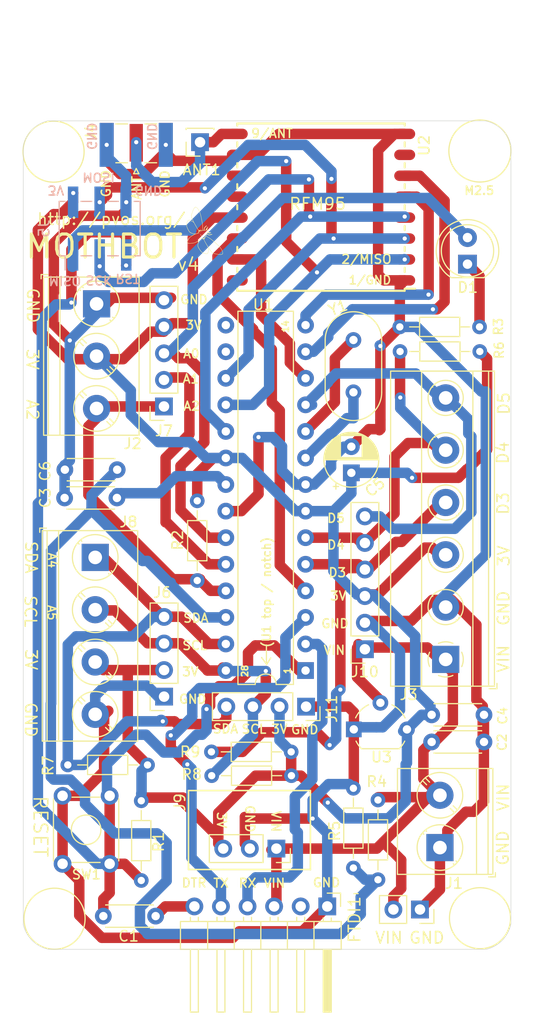
<source format=kicad_pcb>
(kicad_pcb (version 20171130) (host pcbnew 5.1.6-c6e7f7d~87~ubuntu18.04.1)
  (layers (0 F.Cu signal) (31 B.Cu signal) (34 B.Paste user) (35 F.Paste user) (36 B.SilkS user) (37 F.SilkS user) (38 B.Mask user) (39 F.Mask user) (44 Edge.Cuts user))
  (net 0 "")
  (net 1 "Net-(AT1-Pad1)")
  (net 2 "Net-(C1-Pad2)")
  (net 3 RST)
  (net 4 GND)
  (net 5 VIN)
  (net 6 "Net-(C3-Pad1)")
  (net 7 VCC)
  (net 8 A3)
  (net 9 D5)
  (net 10 "Net-(D1-Pad1)")
  (net 11 TX0)
  (net 12 RX0)
  (net 13 A0)
  (net 14 D4)
  (net 15 D3)
  (net 16 MOSI)
  (net 17 SCK)
  (net 18 MISO)
  (net 19 A4)
  (net 20 A5)
  (net 21 A1)
  (net 22 A2)
  (net 23 D8)
  (net 24 D7)
  (net 25 D6)
  (net 26 "Net-(U1-Pad10)")
  (net 27 "Net-(U1-Pad9)")
  (net 28 D2)
  (module footprints:moth4 (layer F.Cu) (at -114.65 9.33 300)
    (fp_text reference G*** hide)
    (fp_text value LOGO hide)
  )
  (module Connector_PinSocket_2.54mm:PinSocket_1x02_P2.54mm_Vertical (layer F.Cu) (at -93.566 73.719 270)
    (fp_text reference J12 hide)
    (fp_text value Conn_01x02_Female)
    (pad 2 thru_hole oval (at 0 2.54 270) (size 1.7 1.7) (drill 1) (layers *.Cu *.Mask) (net 5 VIN))
    (pad 1 thru_hole rect (at 0 0 270) (size 1.7 1.7) (drill 1) (layers *.Cu *.Mask) (net 4 GND))
  )
  (module Connector_PinSocket_2.54mm:PinSocket_1x04_P2.54mm_Vertical (layer F.Cu) (at -104.45 54.325 270)
    (fp_text reference J11 (at 0.205 -2.45 270) (layer F.SilkS))
    (fp_text value Conn_01x04_Female)
    (pad 1 thru_hole rect (at 0 0 270) (size 1.7 1.7) (drill 1) (layers *.Cu *.Mask) (net 4 GND))
    (pad 2 thru_hole oval (at 0 2.54 270) (size 1.7 1.7) (drill 1) (layers *.Cu *.Mask) (net 7 VCC))
    (pad 3 thru_hole oval (at 0 5.08 270) (size 1.7 1.7) (drill 1) (layers *.Cu *.Mask) (net 20 A5))
    (pad 4 thru_hole oval (at 0 7.62 270) (size 1.7 1.7) (drill 1) (layers *.Cu *.Mask) (net 19 A4))
  )
  (module Connector_PinSocket_2.54mm:PinSocket_1x06_P2.54mm_Vertical (layer F.Cu) (at -98.83 48.84 180)
    (fp_text reference J10 (at 0.005 -2.16) (layer F.SilkS))
    (fp_text value Conn_01x06_Female)
    (pad 6 thru_hole oval (at 0 12.7 180) (size 1.7 1.7) (drill 1) (layers *.Cu *.Mask) (net 9 D5))
    (pad 5 thru_hole oval (at 0 10.16 180) (size 1.7 1.7) (drill 1) (layers *.Cu *.Mask) (net 14 D4))
    (pad 4 thru_hole oval (at 0 7.62 180) (size 1.7 1.7) (drill 1) (layers *.Cu *.Mask) (net 15 D3))
    (pad 3 thru_hole oval (at 0 5.08 180) (size 1.7 1.7) (drill 1) (layers *.Cu *.Mask) (net 7 VCC))
    (pad 2 thru_hole oval (at 0 2.54 180) (size 1.7 1.7) (drill 1) (layers *.Cu *.Mask) (net 4 GND))
    (pad 1 thru_hole rect (at 0 0 180) (size 1.7 1.7) (drill 1) (layers *.Cu *.Mask) (net 5 VIN))
  )
  (module TerminalBlock_Phoenix:TerminalBlock_Phoenix_MKDS-1,5-6_1x06_P5.00mm_Horizontal (layer F.Cu) (at -91.11 49.81 90)
    (fp_text reference J3 (at -3.37 -3.54 180) (layer F.SilkS))
    (fp_text value Screw_Terminal_01x06)
    (pad 6 thru_hole circle (at 25 0 90) (size 2.6 2.6) (drill 1.3) (layers *.Cu *.Mask) (net 9 D5))
    (pad 5 thru_hole circle (at 20 0 90) (size 2.6 2.6) (drill 1.3) (layers *.Cu *.Mask) (net 14 D4))
    (pad 4 thru_hole circle (at 15 0 90) (size 2.6 2.6) (drill 1.3) (layers *.Cu *.Mask) (net 15 D3))
    (pad 3 thru_hole circle (at 10 0 90) (size 2.6 2.6) (drill 1.3) (layers *.Cu *.Mask) (net 7 VCC))
    (pad 2 thru_hole circle (at 5 0 90) (size 2.6 2.6) (drill 1.3) (layers *.Cu *.Mask) (net 4 GND))
    (pad 1 thru_hole rect (at 0 0 90) (size 2.6 2.6) (drill 1.3) (layers *.Cu *.Mask) (net 5 VIN))
  )
  (module Crystal:Resonator-2Pin_W10.0mm_H5.0mm (layer F.Cu) (at -99.925 24.275 90)
    (fp_text reference Y1 (at 8.075 -1.475 20) (layer F.SilkS))
    (fp_text value Crystal)
    (pad 2 thru_hole circle (at 5 0 90) (size 1.5 1.5) (drill 0.8) (layers *.Cu *.Mask) (net 26 "Net-(U1-Pad10)"))
    (pad 1 thru_hole circle (at 0 0 90) (size 1.5 1.5) (drill 0.8) (layers *.Cu *.Mask) (net 27 "Net-(U1-Pad9)"))
  )
  (module Connector_PinSocket_2.54mm:PinSocket_1x05_P2.54mm_Vertical (layer F.Cu) (at -118.03 25.63 180)
    (fp_text reference J7 (at 0 -2.33) (layer F.SilkS))
    (fp_text value Conn_01x05_Female)
    (pad 5 thru_hole oval (at 0 10.16 180) (size 1.7 1.7) (drill 1) (layers *.Cu *.Mask) (net 4 GND))
    (pad 4 thru_hole oval (at 0 7.62 180) (size 1.7 1.7) (drill 1) (layers *.Cu *.Mask) (net 7 VCC))
    (pad 3 thru_hole oval (at 0 5.08 180) (size 1.7 1.7) (drill 1) (layers *.Cu *.Mask) (net 13 A0))
    (pad 2 thru_hole oval (at 0 2.54 180) (size 1.7 1.7) (drill 1) (layers *.Cu *.Mask) (net 21 A1))
    (pad 1 thru_hole rect (at 0 0 180) (size 1.7 1.7) (drill 1) (layers *.Cu *.Mask) (net 22 A2))
  )
  (module Resistor_THT:R_Axial_DIN0204_L3.6mm_D1.6mm_P7.62mm_Horizontal (layer F.Cu) (at -105.875 58.65 180)
    (fp_text reference R9 (at 9.65 0) (layer F.SilkS))
    (fp_text value 10K)
    (pad 2 thru_hole oval (at 7.62 0 180) (size 1.4 1.4) (drill 0.7) (layers *.Cu *.Mask) (net 15 D3))
    (pad 1 thru_hole circle (at 0 0 180) (size 1.4 1.4) (drill 0.7) (layers *.Cu *.Mask) (net 7 VCC))
  )
  (module Capacitor_THT:C_Disc_D4.3mm_W1.9mm_P5.00mm (layer F.Cu) (at -122.525 34.375 180)
    (fp_text reference C3 (at 6.85 0 270) (layer F.SilkS))
    (fp_text value 0.1u)
    (pad 2 thru_hole circle (at 5 0 180) (size 1.6 1.6) (drill 0.8) (layers *.Cu *.Mask) (net 4 GND))
    (pad 1 thru_hole circle (at 0 0 180) (size 1.6 1.6) (drill 0.8) (layers *.Cu *.Mask) (net 6 "Net-(C3-Pad1)"))
  )
  (module MountingHole:MountingHole_2.7mm_M2.5 (layer F.Cu) (at -87.8 1.225 180)
    (fp_text reference H4 hide)
    (fp_text value MountingHole)
    (pad 1 np_thru_hole circle (at 0 0 180) (size 2.7 2.7) (drill 2.7) (layers *.Cu *.Mask))
  )
  (module MountingHole:MountingHole_2.7mm_M2.5 (layer F.Cu) (at -128.525 74.6 180)
    (fp_text reference H3 hide)
    (fp_text value MountingHole)
    (pad 1 np_thru_hole circle (at 0 0 180) (size 2.7 2.7) (drill 2.7) (layers *.Cu *.Mask))
  )
  (module Resistor_THT:R_Axial_DIN0204_L3.6mm_D1.6mm_P7.62mm_Horizontal (layer F.Cu) (at -105.85 60.925 180)
    (fp_text reference R8 (at 9.525 0.125) (layer F.SilkS))
    (fp_text value R)
    (pad 2 thru_hole oval (at 7.62 0 180) (size 1.4 1.4) (drill 0.7) (layers *.Cu *.Mask) (net 20 A5))
    (pad 1 thru_hole circle (at 0 0 180) (size 1.4 1.4) (drill 0.7) (layers *.Cu *.Mask) (net 7 VCC))
  )
  (module Resistor_THT:R_Axial_DIN0204_L3.6mm_D1.6mm_P7.62mm_Horizontal (layer F.Cu) (at -119.6 59.9 180)
    (fp_text reference R7 (at 9.503 -0.072 90) (layer F.SilkS))
    (fp_text value R)
    (pad 2 thru_hole oval (at 7.62 0 180) (size 1.4 1.4) (drill 0.7) (layers *.Cu *.Mask) (net 19 A4))
    (pad 1 thru_hole circle (at 0 0 180) (size 1.4 1.4) (drill 0.7) (layers *.Cu *.Mask) (net 7 VCC))
  )
  (module Resistor_THT:R_Axial_DIN0204_L3.6mm_D1.6mm_P7.62mm_Horizontal (layer F.Cu) (at -87.875 18.025 180)
    (fp_text reference R6 (at -1.875 -2.225 270) (layer F.SilkS) (effects (font (size 0.85 0.85))))
    (fp_text value 300R)
    (pad 1 thru_hole circle (at 0 0 180) (size 1.4 1.4) (drill 0.7) (layers *.Cu *.Mask) (net 10 "Net-(D1-Pad1)"))
    (pad 2 thru_hole oval (at 7.62 0 180) (size 1.4 1.4) (drill 0.7) (layers *.Cu *.Mask) (net 4 GND))
  )
  (module Resistor_THT:R_Axial_DIN0204_L3.6mm_D1.6mm_P7.62mm_Horizontal (layer F.Cu) (at -99.93 69.75 90)
    (fp_text reference R5 (at 3.54 -1.8 270) (layer F.SilkS))
    (fp_text value 10M)
    (pad 2 thru_hole oval (at 7.62 0 90) (size 1.4 1.4) (drill 0.7) (layers *.Cu *.Mask) (net 4 GND))
    (pad 1 thru_hole circle (at 0 0 90) (size 1.4 1.4) (drill 0.7) (layers *.Cu *.Mask) (net 8 A3))
  )
  (module Resistor_THT:R_Axial_DIN0204_L3.6mm_D1.6mm_P7.62mm_Horizontal (layer F.Cu) (at -97.58 63.25 270)
    (fp_text reference R4 (at -1.757 0.123 180) (layer F.SilkS))
    (fp_text value 10M)
    (pad 2 thru_hole oval (at 7.62 0 270) (size 1.4 1.4) (drill 0.7) (layers *.Cu *.Mask) (net 8 A3))
    (pad 1 thru_hole circle (at 0 0 270) (size 1.4 1.4) (drill 0.7) (layers *.Cu *.Mask) (net 5 VIN))
  )
  (module Resistor_THT:R_Axial_DIN0204_L3.6mm_D1.6mm_P7.62mm_Horizontal (layer F.Cu) (at -87.85 20.375 180)
    (fp_text reference R3 (at -1.775 2.375 90) (layer F.SilkS) (effects (font (size 0.85 0.85))))
    (fp_text value 10K)
    (pad 1 thru_hole circle (at 0 0 180) (size 1.4 1.4) (drill 0.7) (layers *.Cu *.Mask) (net 7 VCC))
    (pad 2 thru_hole oval (at 7.62 0 180) (size 1.4 1.4) (drill 0.7) (layers *.Cu *.Mask) (net 14 D4))
  )
  (module Resistor_THT:R_Axial_DIN0204_L3.6mm_D1.6mm_P7.62mm_Horizontal (layer F.Cu) (at -114.85 34.65 270)
    (fp_text reference R2 (at 3.76 1.87 90) (layer F.SilkS))
    (fp_text value 10K)
    (pad 2 thru_hole oval (at 7.62 0 270) (size 1.4 1.4) (drill 0.7) (layers *.Cu *.Mask) (net 22 A2))
    (pad 1 thru_hole circle (at 0 0 270) (size 1.4 1.4) (drill 0.7) (layers *.Cu *.Mask) (net 7 VCC))
  )
  (module Resistor_THT:R_Axial_DIN0204_L3.6mm_D1.6mm_P7.62mm_Horizontal (layer F.Cu) (at -120.2 63.325 270)
    (fp_text reference R1 (at 3.928 -1.647 90) (layer F.SilkS))
    (fp_text value 10K)
    (pad 2 thru_hole oval (at 7.62 0 270) (size 1.4 1.4) (drill 0.7) (layers *.Cu *.Mask) (net 3 RST))
    (pad 1 thru_hole circle (at 0 0 270) (size 1.4 1.4) (drill 0.7) (layers *.Cu *.Mask) (net 7 VCC))
  )
  (module Capacitor_THT:C_Disc_D4.3mm_W1.9mm_P5.00mm (layer F.Cu) (at -122.5 31.675 180)
    (fp_text reference C6 (at 6.89 -0.125 270) (layer F.SilkS))
    (fp_text value 0.1uF)
    (pad 2 thru_hole circle (at 5 0 180) (size 1.6 1.6) (drill 0.8) (layers *.Cu *.Mask) (net 4 GND))
    (pad 1 thru_hole circle (at 0 0 180) (size 1.6 1.6) (drill 0.8) (layers *.Cu *.Mask) (net 8 A3))
  )
  (module Capacitor_THT:C_Disc_D4.3mm_W1.9mm_P5.00mm (layer F.Cu) (at -92.45 55.11)
    (fp_text reference C4 (at 6.78 0.09 90) (layer F.SilkS) (effects (font (size 0.85 0.85))))
    (fp_text value 0.1u)
    (pad 2 thru_hole circle (at 5 0) (size 1.6 1.6) (drill 0.8) (layers *.Cu *.Mask) (net 4 GND))
    (pad 1 thru_hole circle (at 0 0) (size 1.6 1.6) (drill 0.8) (layers *.Cu *.Mask) (net 7 VCC))
  )
  (module Capacitor_THT:C_Disc_D4.3mm_W1.9mm_P5.00mm (layer F.Cu) (at -92.45 57.7)
    (fp_text reference C2 (at 6.73 0.03 90) (layer F.SilkS) (effects (font (size 0.85 0.85))))
    (fp_text value 0.1u)
    (pad 2 thru_hole circle (at 5 0) (size 1.6 1.6) (drill 0.8) (layers *.Cu *.Mask) (net 4 GND))
    (pad 1 thru_hole circle (at 0 0) (size 1.6 1.6) (drill 0.8) (layers *.Cu *.Mask) (net 5 VIN))
  )
  (module Capacitor_THT:C_Disc_D4.3mm_W1.9mm_P5.00mm (layer F.Cu) (at -123.825 74.35)
    (fp_text reference C1 (at 2.416 1.918) (layer F.SilkS))
    (fp_text value 0.1u)
    (pad 2 thru_hole circle (at 5 0) (size 1.6 1.6) (drill 0.8) (layers *.Cu *.Mask) (net 2 "Net-(C1-Pad2)"))
    (pad 1 thru_hole circle (at 0 0) (size 1.6 1.6) (drill 0.8) (layers *.Cu *.Mask) (net 3 RST))
  )
  (module LED_THT:LED_D5.0mm (layer F.Cu) (at -89.025 12.025 90)
    (fp_text reference D1 (at -2.225 0.025) (layer F.SilkS))
    (fp_text value LED)
    (pad 1 thru_hole rect (at 0 0 90) (size 1.8 1.8) (drill 0.9) (layers *.Cu *.Mask) (net 10 "Net-(D1-Pad1)"))
    (pad 2 thru_hole circle (at 2.54 0 90) (size 1.8 1.8) (drill 0.9) (layers *.Cu *.Mask) (net 13 A0))
  )
  (module Package_TO_SOT_THT:TO-92_Wide (layer F.Cu) (at -99.89 56.5)
    (fp_text reference U3 (at 2.65 2.65) (layer F.SilkS))
    (fp_text value MCP1700-3302E_TO92)
    (pad 1 thru_hole rect (at 0 0 90) (size 1.5 1.5) (drill 0.8) (layers *.Cu *.Mask) (net 4 GND))
    (pad 3 thru_hole circle (at 5.08 0 90) (size 1.5 1.5) (drill 0.8) (layers *.Cu *.Mask) (net 7 VCC))
    (pad 2 thru_hole circle (at 2.54 -2.54 90) (size 1.5 1.5) (drill 0.8) (layers *.Cu *.Mask) (net 5 VIN))
  )
  (module footprints:RFM95 (layer F.Cu) (at -95.026 13.575 180)
    (fp_text reference U2 (at -1.866 12.895 270) (layer F.SilkS))
    (fp_text value RFM95W-915S2)
    (pad 16 smd oval (at 16 0 180) (size 2 1) (layers F.Cu F.Paste F.Mask))
    (pad 15 smd oval (at 16 2 180) (size 2 1) (layers F.Cu F.Paste F.Mask) (net 25 D6))
    (pad 14 smd oval (at 16 4 180) (size 2 1) (layers F.Cu F.Paste F.Mask) (net 28 D2))
    (pad 13 smd oval (at 16 6 180) (size 2 1) (layers F.Cu F.Paste F.Mask) (net 7 VCC))
    (pad 12 smd oval (at 16 8 180) (size 2 1) (layers F.Cu F.Paste F.Mask))
    (pad 11 smd oval (at 16 10 180) (size 2 1) (layers F.Cu F.Paste F.Mask))
    (pad 10 smd oval (at 16 12 180) (size 2 1) (layers F.Cu F.Paste F.Mask) (net 4 GND))
    (pad 9 smd oval (at 16 14 180) (size 2 1) (layers F.Cu F.Paste F.Mask) (net 1 "Net-(AT1-Pad1)"))
    (pad 8 smd oval (at 0 14 180) (size 2 1) (layers F.Cu F.Paste F.Mask) (net 4 GND))
    (pad 7 smd oval (at 0 12 180) (size 2 1) (layers F.Cu F.Paste F.Mask))
    (pad 6 smd oval (at 0 10 180) (size 2 1) (layers F.Cu F.Paste F.Mask) (net 24 D7))
    (pad 5 smd oval (at 0 8 180) (size 2 1) (layers F.Cu F.Paste F.Mask) (net 23 D8))
    (pad 4 smd oval (at 0 6 180) (size 2 1) (layers F.Cu F.Paste F.Mask) (net 17 SCK))
    (pad 3 smd oval (at 0 4 180) (size 2 1) (layers F.Cu F.Paste F.Mask) (net 16 MOSI))
    (pad 2 smd oval (at 0 2 180) (size 2 1) (layers F.Cu F.Paste F.Mask) (net 18 MISO))
    (pad 1 smd oval (at 0 0 180) (size 2 1) (layers F.Cu F.Paste F.Mask) (net 4 GND))
  )
  (module Package_DIP:DIP-28_W7.62mm (layer F.Cu) (at -104.5 50.875 180)
    (fp_text reference U1 (at 4.03 34.975) (layer F.SilkS))
    (fp_text value ATmega328P-PU-C)
    (pad 28 thru_hole oval (at 7.62 0 180) (size 1.6 1.6) (drill 0.8) (layers *.Cu *.Mask) (net 20 A5))
    (pad 14 thru_hole oval (at 0 33.02 180) (size 1.6 1.6) (drill 0.8) (layers *.Cu *.Mask) (net 23 D8))
    (pad 27 thru_hole oval (at 7.62 2.54 180) (size 1.6 1.6) (drill 0.8) (layers *.Cu *.Mask) (net 19 A4))
    (pad 13 thru_hole oval (at 0 30.48 180) (size 1.6 1.6) (drill 0.8) (layers *.Cu *.Mask) (net 24 D7))
    (pad 26 thru_hole oval (at 7.62 5.08 180) (size 1.6 1.6) (drill 0.8) (layers *.Cu *.Mask) (net 8 A3))
    (pad 12 thru_hole oval (at 0 27.94 180) (size 1.6 1.6) (drill 0.8) (layers *.Cu *.Mask) (net 25 D6))
    (pad 25 thru_hole oval (at 7.62 7.62 180) (size 1.6 1.6) (drill 0.8) (layers *.Cu *.Mask) (net 22 A2))
    (pad 11 thru_hole oval (at 0 25.4 180) (size 1.6 1.6) (drill 0.8) (layers *.Cu *.Mask) (net 9 D5))
    (pad 24 thru_hole oval (at 7.62 10.16 180) (size 1.6 1.6) (drill 0.8) (layers *.Cu *.Mask) (net 21 A1))
    (pad 10 thru_hole oval (at 0 22.86 180) (size 1.6 1.6) (drill 0.8) (layers *.Cu *.Mask) (net 26 "Net-(U1-Pad10)"))
    (pad 23 thru_hole oval (at 7.62 12.7 180) (size 1.6 1.6) (drill 0.8) (layers *.Cu *.Mask) (net 13 A0))
    (pad 9 thru_hole oval (at 0 20.32 180) (size 1.6 1.6) (drill 0.8) (layers *.Cu *.Mask) (net 27 "Net-(U1-Pad9)"))
    (pad 22 thru_hole oval (at 7.62 15.24 180) (size 1.6 1.6) (drill 0.8) (layers *.Cu *.Mask) (net 4 GND))
    (pad 8 thru_hole oval (at 0 17.78 180) (size 1.6 1.6) (drill 0.8) (layers *.Cu *.Mask) (net 4 GND))
    (pad 21 thru_hole oval (at 7.62 17.78 180) (size 1.6 1.6) (drill 0.8) (layers *.Cu *.Mask) (net 6 "Net-(C3-Pad1)"))
    (pad 7 thru_hole oval (at 0 15.24 180) (size 1.6 1.6) (drill 0.8) (layers *.Cu *.Mask) (net 7 VCC))
    (pad 20 thru_hole oval (at 7.62 20.32 180) (size 1.6 1.6) (drill 0.8) (layers *.Cu *.Mask) (net 7 VCC))
    (pad 6 thru_hole oval (at 0 12.7 180) (size 1.6 1.6) (drill 0.8) (layers *.Cu *.Mask) (net 14 D4))
    (pad 19 thru_hole oval (at 7.62 22.86 180) (size 1.6 1.6) (drill 0.8) (layers *.Cu *.Mask) (net 17 SCK))
    (pad 5 thru_hole oval (at 0 10.16 180) (size 1.6 1.6) (drill 0.8) (layers *.Cu *.Mask) (net 15 D3))
    (pad 18 thru_hole oval (at 7.62 25.4 180) (size 1.6 1.6) (drill 0.8) (layers *.Cu *.Mask) (net 18 MISO))
    (pad 4 thru_hole oval (at 0 7.62 180) (size 1.6 1.6) (drill 0.8) (layers *.Cu *.Mask) (net 28 D2))
    (pad 17 thru_hole oval (at 7.62 27.94 180) (size 1.6 1.6) (drill 0.8) (layers *.Cu *.Mask) (net 16 MOSI))
    (pad 3 thru_hole oval (at 0 5.08 180) (size 1.6 1.6) (drill 0.8) (layers *.Cu *.Mask) (net 11 TX0))
    (pad 16 thru_hole oval (at 7.62 30.48 180) (size 1.6 1.6) (drill 0.8) (layers *.Cu *.Mask))
    (pad 2 thru_hole oval (at 0 2.54 180) (size 1.6 1.6) (drill 0.8) (layers *.Cu *.Mask) (net 12 RX0))
    (pad 15 thru_hole oval (at 7.62 33.02 180) (size 1.6 1.6) (drill 0.8) (layers *.Cu *.Mask))
    (pad 1 thru_hole rect (at 0 0 180) (size 1.6 1.6) (drill 0.8) (layers *.Cu *.Mask) (net 3 RST))
  )
  (module Button_Switch_THT:SW_TH_Tactile_Omron_B3F-10xx (layer F.Cu) (at -123.22 62.851 270)
    (fp_text reference SW1 (at 7.524 2.23 180) (layer F.SilkS) (effects (font (size 0.9 0.9))))
    (fp_text value SW_Push_Dual)
    (pad 1 thru_hole circle (at 0 0 270) (size 1.7 1.7) (drill 1) (layers *.Cu *.Mask) (net 3 RST))
    (pad 2 thru_hole circle (at 6.5 0 270) (size 1.7 1.7) (drill 1) (layers *.Cu *.Mask) (net 3 RST))
    (pad 3 thru_hole circle (at 0 4.5 270) (size 1.7 1.7) (drill 1) (layers *.Cu *.Mask) (net 4 GND))
    (pad 4 thru_hole circle (at 6.5 4.5 270) (size 1.7 1.7) (drill 1) (layers *.Cu *.Mask) (net 4 GND))
  )
  (module Connector_PinSocket_2.54mm:PinSocket_1x03_P2.54mm_Vertical (layer F.Cu) (at -107.286 67.897 270)
    (fp_text reference J9 (at -4.427 9.224 270) (layer F.SilkS))
    (fp_text value Conn_01x03_Female)
    (pad 1 thru_hole rect (at 0 0 270) (size 1.7 1.7) (drill 1) (layers *.Cu *.Mask) (net 5 VIN))
    (pad 2 thru_hole oval (at 0 2.54 270) (size 1.7 1.7) (drill 1) (layers *.Cu *.Mask) (net 4 GND))
    (pad 3 thru_hole oval (at 0 5.08 270) (size 1.7 1.7) (drill 1) (layers *.Cu *.Mask) (net 7 VCC))
  )
  (module TerminalBlock_Phoenix:TerminalBlock_Phoenix_PT-1,5-4-5.0-H_1x04_P5.00mm_Horizontal (layer F.Cu) (at -124.6 40.06 270)
    (fp_text reference J8 (at -3.39 -3.18) (layer F.SilkS))
    (fp_text value Screw_Terminal_01x04)
    (pad 4 thru_hole circle (at 15 0 270) (size 2.6 2.6) (drill 1.3) (layers *.Cu *.Mask) (net 4 GND))
    (pad 3 thru_hole circle (at 10 0 270) (size 2.6 2.6) (drill 1.3) (layers *.Cu *.Mask) (net 7 VCC))
    (pad 2 thru_hole circle (at 5 0 270) (size 2.6 2.6) (drill 1.3) (layers *.Cu *.Mask) (net 20 A5))
    (pad 1 thru_hole rect (at 0 0 270) (size 2.6 2.6) (drill 1.3) (layers *.Cu *.Mask) (net 19 A4))
  )
  (module Connector_PinSocket_2.54mm:PinSocket_1x04_P2.54mm_Vertical (layer F.Cu) (at -118.02 53.37 180)
    (fp_text reference J6 (at 0.16 9.95) (layer F.SilkS))
    (fp_text value Conn_01x04_Female)
    (pad 4 thru_hole oval (at 0 7.62 180) (size 1.7 1.7) (drill 1) (layers *.Cu *.Mask) (net 19 A4))
    (pad 3 thru_hole oval (at 0 5.08 180) (size 1.7 1.7) (drill 1) (layers *.Cu *.Mask) (net 20 A5))
    (pad 2 thru_hole oval (at 0 2.54 180) (size 1.7 1.7) (drill 1) (layers *.Cu *.Mask) (net 7 VCC))
    (pad 1 thru_hole rect (at 0 0 180) (size 1.7 1.7) (drill 1) (layers *.Cu *.Mask) (net 4 GND))
  )
  (module Connector_PinSocket_2.54mm:PinSocket_2x03_P2.54mm_Vertical_SMD (layer B.Cu) (at -124.175 8.625 270)
    (fp_text reference J5 (at 0 5.31 90) (layer B.SilkS) (effects (justify mirror)))
    (fp_text value Conn_02x03_Odd_Even)
    (pad 1 smd rect (at 2.52 2.54 270) (size 3 1) (layers B.Cu B.Paste B.Mask) (net 18 MISO))
    (pad 2 smd rect (at -2.52 2.54 270) (size 3 1) (layers B.Cu B.Paste B.Mask) (net 7 VCC))
    (pad 3 smd rect (at 2.52 0 270) (size 3 1) (layers B.Cu B.Paste B.Mask) (net 17 SCK))
    (pad 4 smd rect (at -2.52 0 270) (size 3 1) (layers B.Cu B.Paste B.Mask) (net 16 MOSI))
    (pad 5 smd rect (at 2.52 -2.54 270) (size 3 1) (layers B.Cu B.Paste B.Mask) (net 3 RST))
    (pad 6 smd rect (at -2.52 -2.54 270) (size 3 1) (layers B.Cu B.Paste B.Mask) (net 4 GND))
  )
  (module Connector_Coaxial:SMA_Samtec_SMA-J-P-X-ST-EM1_EdgeMount (layer F.Cu) (at -120.68 0.621 180)
    (fp_text reference J4 (at 4.31 1.241 90) (layer F.SilkS))
    (fp_text value Conn_Coaxial)
    (pad 1 smd rect (at 0 0.2 180) (size 1.27 3.6) (layers F.Cu F.Paste F.Mask) (net 1 "Net-(AT1-Pad1)"))
    (pad 2 smd rect (at 2.825 0 180) (size 1.35 4.2) (layers F.Cu F.Paste F.Mask) (net 4 GND))
    (pad 2 smd rect (at -2.825 0 180) (size 1.35 4.2) (layers F.Cu F.Paste F.Mask) (net 4 GND))
    (pad 2 smd rect (at 2.825 0 180) (size 1.35 4.2) (layers B.Cu B.Paste B.Mask) (net 4 GND))
    (pad 2 smd rect (at -2.825 0 180) (size 1.35 4.2) (layers B.Cu B.Paste B.Mask) (net 4 GND))
  )
  (module TerminalBlock_Phoenix:TerminalBlock_Phoenix_PT-1,5-3-5.0-H_1x03_P5.00mm_Horizontal (layer F.Cu) (at -124.47 15.82 270)
    (fp_text reference J2 (at 13.365 -3.45 180) (layer F.SilkS))
    (fp_text value Screw_Terminal_01x03)
    (pad 3 thru_hole circle (at 10 0 270) (size 2.6 2.6) (drill 1.3) (layers *.Cu *.Mask) (net 22 A2))
    (pad 2 thru_hole circle (at 5 0 270) (size 2.6 2.6) (drill 1.3) (layers *.Cu *.Mask) (net 7 VCC))
    (pad 1 thru_hole rect (at 0 0 270) (size 2.6 2.6) (drill 1.3) (layers *.Cu *.Mask) (net 4 GND))
  )
  (module TerminalBlock_Phoenix:TerminalBlock_Phoenix_PT-1,5-2-5.0-H_1x02_P5.00mm_Horizontal (layer F.Cu) (at -91.66 67.8 90)
    (fp_text reference J1 (at -3.42 1.34) (layer F.SilkS))
    (fp_text value Screw_Terminal_01x02)
    (pad 1 thru_hole rect (at 0 0 90) (size 2.6 2.6) (drill 1.3) (layers *.Cu *.Mask) (net 4 GND))
    (pad 2 thru_hole circle (at 5 0 90) (size 2.6 2.6) (drill 1.3) (layers *.Cu *.Mask) (net 5 VIN))
  )
  (module MountingHole:MountingHole_2.7mm_M2.5 (layer F.Cu) (at -128.55 1.225 180)
    (fp_text reference H2 hide)
    (fp_text value MountingHole)
    (pad 1 np_thru_hole circle (at 0 0 180) (size 2.7 2.7) (drill 2.7) (layers *.Cu *.Mask))
  )
  (module MountingHole:MountingHole_2.7mm_M2.5 (layer F.Cu) (at -87.8 74.6 180)
    (fp_text reference H1 hide)
    (fp_text value MountingHole)
    (pad 1 np_thru_hole circle (at 0 0 180) (size 2.7 2.7) (drill 2.7) (layers *.Cu *.Mask))
  )
  (module Connector_PinHeader_2.54mm:PinHeader_1x06_P2.54mm_Horizontal (layer F.Cu) (at -102.425 73.425 270)
    (fp_text reference FTDI1 (at 1.251 -2.603 270) (layer F.SilkS) (effects (font (size 1.1 1.1))))
    (fp_text value Conn_01x06_Male)
    (pad 1 thru_hole rect (at 0 0 270) (size 1.7 1.7) (drill 1) (layers *.Cu *.Mask) (net 4 GND))
    (pad 2 thru_hole oval (at 0 2.54 270) (size 1.7 1.7) (drill 1) (layers *.Cu *.Mask))
    (pad 3 thru_hole oval (at 0 5.08 270) (size 1.7 1.7) (drill 1) (layers *.Cu *.Mask) (net 5 VIN))
    (pad 4 thru_hole oval (at 0 7.62 270) (size 1.7 1.7) (drill 1) (layers *.Cu *.Mask) (net 12 RX0))
    (pad 5 thru_hole oval (at 0 10.16 270) (size 1.7 1.7) (drill 1) (layers *.Cu *.Mask) (net 11 TX0))
    (pad 6 thru_hole oval (at 0 12.7 270) (size 1.7 1.7) (drill 1) (layers *.Cu *.Mask) (net 2 "Net-(C1-Pad2)"))
  )
  (module Capacitor_THT:CP_Radial_D5.0mm_P2.50mm (layer F.Cu) (at -100.125 31.975 90)
    (fp_text reference C5 (at -1.385 2.265 220) (layer F.SilkS))
    (fp_text value 10u)
    (pad 1 thru_hole rect (at 0 0 90) (size 1.6 1.6) (drill 0.8) (layers *.Cu *.Mask) (net 7 VCC))
    (pad 2 thru_hole circle (at 2.5 0 90) (size 1.6 1.6) (drill 0.8) (layers *.Cu *.Mask) (net 4 GND))
  )
  (module Connector_PinSocket_2.54mm:PinSocket_1x01_P2.54mm_Vertical (layer F.Cu) (at -114.584 0.367 180)
    (fp_text reference ANT1 (at -0.154 -2.643) (layer F.SilkS))
    (fp_text value Conn_01x01_Female)
    (pad 1 thru_hole rect (at 0 0 180) (size 1.7 1.7) (drill 1) (layers *.Cu *.Mask) (net 1 "Net-(AT1-Pad1)"))
  )
  (gr_text 14 (at -106.41 17.98 90) (layer F.SilkS) (effects (font (size 0.6 0.6))))
  (gr_text 28 (at -110.3 50.92 90) (layer F.SilkS) (effects (font (size 0.6 0.6))))
  (gr_text 1 (at -106.23 50.89 90) (layer F.SilkS) (effects (font (size 0.6 0.6))))
  (gr_text A5 (at -128.73 45.35 270) (layer F.SilkS) (effects (font (size 0.8 0.8))))
  (gr_text A4 (at -128.69 40.35 270) (layer F.SilkS) (effects (font (size 0.8 0.8))))
  (gr_line (start -108.23 50.31) (end -107.83 49.67) (layer F.SilkS) (width 0.12))
  (gr_line (start -108.23 50.27) (end -108.7 49.63) (layer F.SilkS) (width 0.12))
  (gr_line (start -108.24 48.43) (end -108.24 50.23) (layer F.SilkS) (width 0.12))
  (gr_circle (center -87.83 74.55) (end -85.65 76.49) (layer F.SilkS) (width 0.12))
  (gr_circle (center -128.488218 74.6) (end -126.308218 76.54) (layer F.SilkS) (width 0.12))
  (gr_circle (center -128.58 1.27) (end -126.4 3.21) (layer F.SilkS) (width 0.12))
  (gr_circle (center -87.84 1.21) (end -85.5 3.03) (layer F.SilkS) (width 0.12))
  (gr_text "(U1 top / notch)" (at -108.22 43.39 90) (layer F.SilkS) (effects (font (size 0.8 0.8))))
  (gr_text D5 (at -85.55 25.34 90) (layer F.SilkS) (effects (font (size 1.1 1.1))))
  (gr_text GND (at -92.91 76.42) (layer F.SilkS) (effects (font (size 1.1 1.1))))
  (gr_text VIN (at -96.53 76.42) (layer F.SilkS) (effects (font (size 1.1 1.1))))
  (gr_text GND (at -104.575 56.525) (layer F.SilkS) (effects (font (size 0.85 0.85))))
  (gr_text 3V (at -107 56.475) (layer F.SilkS) (effects (font (size 0.85 0.85))))
  (gr_text SCL (at -109.425 56.475) (layer F.SilkS) (effects (font (size 0.85 0.85))))
  (gr_text SDA (at -112.15 56.45) (layer F.SilkS) (effects (font (size 0.85 0.85))))
  (gr_text D5 (at -101.59 36.315) (layer F.SilkS) (effects (font (size 0.85 0.85))))
  (gr_line (start -99.475 72.2) (end -99.875 72.2) (layer F.SilkS) (width 0.12))
  (gr_text SCL (at -130.79 45.22 270) (layer F.SilkS) (effects (font (size 1.1 1.1))))
  (gr_text SDA (at -130.72 40.05 270) (layer F.SilkS) (effects (font (size 1.1 1.1))))
  (gr_text A2 (at -115.39 25.6) (layer F.SilkS) (effects (font (size 0.85 0.85))))
  (gr_text A1 (at -115.46 23) (layer F.SilkS) (effects (font (size 0.85 0.85))))
  (gr_text http://pvos.org/ (at -123.07 7.72) (layer F.SilkS) (effects (font (size 1.1 1.1))))
  (gr_text M2.5 (at -87.9 4.99) (layer F.SilkS) (effects (font (size 0.8 0.8))))
  (gr_text v4 (at -115.71 12.05) (layer F.SilkS) (effects (font (size 1.2 1.2))))
  (gr_text MOTHBOT (at -123.73 10.34) (layer F.SilkS) (effects (font (size 2.2 2.2) (thickness 0.3))))
  (gr_text RST (at -121.5 13.4 180) (layer B.SilkS) (effects (font (size 0.85 0.85)) (justify mirror)))
  (gr_text SCK (at -124.25 13.55 180) (layer B.SilkS) (effects (font (size 0.85 0.85)) (justify mirror)))
  (gr_text GND (at -119.2 -0.175 270) (layer B.SilkS) (effects (font (size 0.85 0.85)) (justify mirror)))
  (gr_text GND (at -124.95 -0.2 270) (layer B.SilkS) (effects (font (size 0.85 0.85)) (justify mirror)))
  (gr_text MISO (at -127.5 13.6 180) (layer B.SilkS) (effects (font (size 0.85 0.85)) (justify mirror)))
  (gr_text 3V (at -128.35 4.95 180) (layer B.SilkS) (effects (font (size 0.85 0.85)) (justify mirror)))
  (gr_text MOSI (at -124.275 3.725 180) (layer B.SilkS) (effects (font (size 0.85 0.85)) (justify mirror)))
  (gr_text GND (at -119.525 4.975 180) (layer B.SilkS) (effects (font (size 0.85 0.85)) (justify mirror)))
  (gr_text ANT (at -120.64 4.73 90) (layer F.SilkS) (effects (font (size 0.85 0.85))))
  (gr_text GND (at -123.56 4.32 90) (layer F.SilkS) (effects (font (size 0.85 0.85))))
  (gr_text GND (at -117.93 4.35 90) (layer F.SilkS) (effects (font (size 0.85 0.85))))
  (gr_text RFM95 (at -103.35 6.26) (layer F.SilkS) (effects (font (size 1.1 1.1))))
  (gr_text 9/ANT (at -107.7 -0.475) (layer F.SilkS) (effects (font (size 0.85 0.85))))
  (gr_text 2/MISO (at -98.675 11.55) (layer F.SilkS) (effects (font (size 0.85 0.85))))
  (gr_text 1/GND (at -98.35 13.55) (layer F.SilkS) (effects (font (size 0.8 0.8))))
  (gr_text A2 (at -130.6 25.95 270) (layer F.SilkS) (effects (font (size 1.1 1.1))))
  (gr_text 3V (at -130.6 21.125 270) (layer F.SilkS) (effects (font (size 1.1 1.1))))
  (gr_text GND (at -130.56 15.98 270) (layer F.SilkS) (effects (font (size 1.1 1.1))))
  (gr_text GND (at -115.17 15.41) (layer F.SilkS) (effects (font (size 0.85 0.85))))
  (gr_text A0 (at -115.42 20.59) (layer F.SilkS) (effects (font (size 0.85 0.85))))
  (gr_text 3V (at -115.2 17.86) (layer F.SilkS) (effects (font (size 0.85 0.85))))
  (gr_text SDA (at -114.98 45.86) (layer F.SilkS) (effects (font (size 0.85 0.85))))
  (gr_text SCL (at -115.09 48.48) (layer F.SilkS) (effects (font (size 0.85 0.85))))
  (gr_text GND (at -115.29 53.61) (layer F.SilkS) (effects (font (size 0.85 0.85))))
  (gr_text 3V (at -115.51 50.99) (layer F.SilkS) (effects (font (size 0.85 0.85))))
  (gr_text D4 (at -101.59 38.865) (layer F.SilkS) (effects (font (size 0.85 0.85))))
  (gr_text D3 (at -101.465 41.515) (layer F.SilkS) (effects (font (size 0.85 0.85))))
  (gr_text 3V (at -101.37 43.74) (layer F.SilkS) (effects (font (size 0.85 0.85))))
  (gr_text GND (at -101.69 46.39) (layer F.SilkS) (effects (font (size 0.85 0.85))))
  (gr_text VIN (at -101.75 48.93) (layer F.SilkS) (effects (font (size 0.85 0.85))))
  (gr_text RESET (at -129.84 65.78 270) (layer F.SilkS) (effects (font (size 1.3 1.3))))
  (gr_text GND (at -130.76 55.59 270) (layer F.SilkS) (effects (font (size 1.1 1.1))))
  (gr_text VIN (at -85.59 49.75 90) (layer F.SilkS) (effects (font (size 1.1 1.1))))
  (gr_text 3V (at -130.73 49.83 270) (layer F.SilkS) (effects (font (size 1.1 1.1))))
  (gr_text D4 (at -85.65 30.06 90) (layer F.SilkS) (effects (font (size 1.1 1.1))))
  (gr_text D3 (at -85.61 34.9 90) (layer F.SilkS) (effects (font (size 1.1 1.1))))
  (gr_text 3V (at -85.56 39.91 90) (layer F.SilkS) (effects (font (size 1.1 1.1))))
  (gr_text GND (at -85.58 44.92 90) (layer F.SilkS) (effects (font (size 1.1 1.1))))
  (gr_text GND (at -85.65 67.84 90) (layer F.SilkS) (effects (font (size 1.1 1.1))))
  (gr_text VIN (at -85.6 63 90) (layer F.SilkS) (effects (font (size 1.1 1.1))))
  (gr_text 3V (at -112.525 65.175 270) (layer F.SilkS) (effects (font (size 0.85 0.85))))
  (gr_text GND (at -109.825 65.05 270) (layer F.SilkS) (effects (font (size 0.85 0.85))))
  (gr_text VIN (at -107.325 65.3 270) (layer F.SilkS) (effects (font (size 0.85 0.85))))
  (gr_text DTR (at -115.15 71.175) (layer F.SilkS) (effects (font (size 0.85 0.85))))
  (gr_text TX (at -112.575 71.2) (layer F.SilkS) (effects (font (size 0.85 0.85))))
  (gr_text RX (at -110.05 71.2) (layer F.SilkS) (effects (font (size 0.85 0.85))))
  (gr_text VIN (at -107.475 71.2) (layer F.SilkS) (effects (font (size 0.85 0.85))))
  (gr_text GND (at -102.5 71.15) (layer F.SilkS) (effects (font (size 0.85 0.85))))
  (gr_arc (start -87.972777 74.450001) (end -87.222778 77.525) (angle -64.45097618) (layer Edge.Cuts) (width 0.05))
  (gr_arc (start -128.400001 74.425001) (end -131.475 75.175) (angle -64.45097618) (layer Edge.Cuts) (width 0.05))
  (gr_arc (start -128.377223 1.399999) (end -129.127222 -1.675) (angle -64.45097618) (layer Edge.Cuts) (width 0.05))
  (gr_arc (start -87.95 1.425) (end -84.875001 0.675001) (angle -64.45097618) (layer Edge.Cuts) (width 0.05))
  (gr_line (start -87.225 77.525) (end -129.05 77.525) (layer Edge.Cuts) (width 0.05))
  (gr_line (start -129.125 -1.675) (end -87.3 -1.675) (layer Edge.Cuts) (width 0.05))
  (gr_line (start -131.475 75.175) (end -131.475 0.75) (layer Edge.Cuts) (width 0.05))
  (gr_line (start -84.875 75.099535) (end -84.875 0.675) (layer Edge.Cuts) (width 0.05))
  (gr_line (start -112.386 69.897) (end -115.686 69.897) (layer F.SilkS) (width 0.15))
  (gr_line (start -104.036 62.347) (end -115.686 62.347) (layer F.SilkS) (width 0.15))
  (gr_line (start -115.686 62.347) (end -115.686 69.897) (layer F.SilkS) (width 0.15))
  (gr_line (start -104.036 69.922) (end -104.036 62.347) (layer F.SilkS) (width 0.15))
  (gr_line (start -112.361 69.897) (end -104.036 69.897) (layer F.SilkS) (width 0.15))
  (segment (start -114.584 0.367) (end -113.314 0.367) (width 1) (layer F.Cu) (net 1))
  (segment (start -112.522 -0.425) (end -111.026 -0.425) (width 1) (layer F.Cu) (net 1))
  (segment (start -113.314 0.367) (end -112.522 -0.425) (width 1) (layer F.Cu) (net 1))
  (via (at -120.68 0.367) (size 0.8) (drill 0.4) (layers F.Cu B.Cu) (net 1))
  (segment (start -120.68 0.421) (end -120.68 0.367) (width 1) (layer F.Cu) (net 1))
  (segment (start -120.68 0.367) (end -120.68 2.653) (width 1) (layer B.Cu) (net 1))
  (segment (start -120.68 2.653) (end -119.156 4.177) (width 1) (layer B.Cu) (net 1))
  (segment (start -119.156 4.177) (end -116.362 4.177) (width 1) (layer B.Cu) (net 1))
  (segment (start -114.584 2.399) (end -114.584 0.367) (width 1) (layer B.Cu) (net 1))
  (segment (start -116.362 4.177) (end -114.584 2.399) (width 1) (layer B.Cu) (net 1))
  (segment (start -115.285 73.265) (end -115.125 73.425) (width 1) (layer F.Cu) (net 2))
  (segment (start -117.9 73.425) (end -118.825 74.35) (width 1) (layer F.Cu) (net 2))
  (segment (start -115.125 73.425) (end -117.9 73.425) (width 1) (layer F.Cu) (net 2))
  (segment (start -104.5 50.875) (end -104.5 50.989) (width 1) (layer F.Cu) (net 3))
  (segment (start -123.22 69.351) (end -123.22 62.851) (width 1) (layer F.Cu) (net 3))
  (segment (start -122.966 69.605) (end -123.22 69.351) (width 1) (layer F.Cu) (net 3))
  (segment (start -124.422081 69.351) (end -130.078 63.695081) (width 1) (layer B.Cu) (net 3))
  (segment (start -123.22 69.351) (end -124.422081 69.351) (width 1) (layer B.Cu) (net 3))
  (segment (start -129.700001 34.533001) (end -129.700001 18.531001) (width 1) (layer B.Cu) (net 3))
  (segment (start -130.078 63.695081) (end -130.078 34.911) (width 1) (layer B.Cu) (net 3))
  (segment (start -130.078 34.911) (end -129.700001 34.533001) (width 1) (layer B.Cu) (net 3))
  (segment (start -129.700001 18.531001) (end -129.700001 17.600001) (width 1) (layer B.Cu) (net 3))
  (via (at -121.65 12.15) (size 0.8) (drill 0.4) (layers F.Cu B.Cu) (net 3))
  (segment (start -123.22 69.351) (end -123.22 72.12) (width 1) (layer F.Cu) (net 3))
  (segment (start -129.700001 17.600001) (end -129.700001 17.250001) (width 1) (layer B.Cu) (net 3))
  (segment (start -129.700001 17.250001) (end -128.325 15.875) (width 1) (layer B.Cu) (net 3))
  (via (at -126.875 15.7) (size 0.8) (drill 0.4) (layers F.Cu B.Cu) (net 3))
  (segment (start -128.325 15.875) (end -127.05 15.875) (width 1) (layer B.Cu) (net 3))
  (segment (start -127.05 15.875) (end -126.875 15.7) (width 1) (layer B.Cu) (net 3))
  (segment (start -121.794 69.351) (end -120.2 70.945) (width 1) (layer F.Cu) (net 3))
  (segment (start -123.22 69.351) (end -121.794 69.351) (width 1) (layer F.Cu) (net 3))
  (segment (start -123.825 72.725) (end -123.22 72.12) (width 1) (layer F.Cu) (net 3))
  (segment (start -123.825 74.35) (end -123.825 72.725) (width 1) (layer F.Cu) (net 3))
  (segment (start -111.375001 52.375001) (end -112.775001 52.375001) (width 1) (layer F.Cu) (net 3))
  (segment (start -112.775001 52.375001) (end -113.620001 53.220001) (width 1) (layer F.Cu) (net 3))
  (segment (start -111.375001 52.375001) (end -110 51) (width 1) (layer F.Cu) (net 3))
  (segment (start -110 51) (end -110 49.175) (width 1) (layer F.Cu) (net 3))
  (segment (start -110 49.175) (end -109.3 48.475) (width 1) (layer F.Cu) (net 3))
  (segment (start -109.3 48.475) (end -107.5 48.475) (width 1) (layer F.Cu) (net 3))
  (segment (start -105.1 50.875) (end -104.5 50.875) (width 1) (layer F.Cu) (net 3))
  (segment (start -107.5 48.475) (end -105.1 50.875) (width 1) (layer F.Cu) (net 3))
  (via (at -113.96 54.56) (size 0.8) (drill 0.4) (layers F.Cu B.Cu) (net 3))
  (segment (start -113.620001 53.220001) (end -113.620001 54.220001) (width 1) (layer F.Cu) (net 3))
  (segment (start -113.620001 54.220001) (end -113.96 54.56) (width 1) (layer F.Cu) (net 3))
  (segment (start -123.474 62.597) (end -123.22 62.851) (width 1) (layer B.Cu) (net 3))
  (segment (start -123.474 59.803) (end -123.474 62.597) (width 1) (layer B.Cu) (net 3))
  (segment (start -119.751 57.009) (end -120.68 57.009) (width 1) (layer B.Cu) (net 3))
  (segment (start -113.96 56.585) (end -114.384 57.009) (width 1) (layer B.Cu) (net 3))
  (segment (start -113.96 54.56) (end -113.96 56.585) (width 1) (layer B.Cu) (net 3))
  (segment (start -116.61 58.71) (end -118.05 58.71) (width 1) (layer B.Cu) (net 3))
  (segment (start -114.384 57.009) (end -114.909 57.009) (width 1) (layer B.Cu) (net 3))
  (segment (start -118.05 58.71) (end -119.751 57.009) (width 1) (layer B.Cu) (net 3))
  (segment (start -120.68 57.009) (end -123.474 59.803) (width 1) (layer B.Cu) (net 3))
  (segment (start -114.909 57.009) (end -116.61 58.71) (width 1) (layer B.Cu) (net 3))
  (segment (start -121.635 12.135) (end -121.65 12.15) (width 1) (layer F.Cu) (net 3))
  (segment (start -122.025 8.975) (end -121.635 9.365) (width 1) (layer F.Cu) (net 3))
  (segment (start -125.225 8.975) (end -122.025 8.975) (width 1) (layer F.Cu) (net 3))
  (segment (start -126.875 15.7) (end -126.875 10.625) (width 1) (layer F.Cu) (net 3))
  (segment (start -121.635 9.365) (end -121.635 12.135) (width 1) (layer F.Cu) (net 3))
  (segment (start -126.875 10.625) (end -125.225 8.975) (width 1) (layer F.Cu) (net 3))
  (segment (start -112.12 35.635) (end -111.574 35.635) (width 1) (layer F.Cu) (net 4))
  (segment (start -117.855 0.621) (end -117.855 0.621) (width 1) (layer F.Cu) (net 4))
  (segment (start -117.855 1.414) (end -117.124 2.145) (width 1) (layer F.Cu) (net 4))
  (segment (start -123.505 0.621) (end -123.505 0.621) (width 1) (layer F.Cu) (net 4))
  (segment (start -123.505 0.621) (end -123.505 2.114) (width 1) (layer F.Cu) (net 4))
  (segment (start -123.505 2.114) (end -122.204 3.415) (width 1) (layer F.Cu) (net 4))
  (segment (start -122.204 3.415) (end -119.978998 3.415) (width 1) (layer F.Cu) (net 4))
  (segment (start -117.855 1.291002) (end -117.855 0.621) (width 1) (layer F.Cu) (net 4))
  (segment (start -119.978998 3.415) (end -117.855 1.291002) (width 1) (layer F.Cu) (net 4))
  (segment (start -97.026 13.575) (end -97.413 13.188) (width 1) (layer F.Cu) (net 4))
  (segment (start -95.026 13.575) (end -97.026 13.575) (width 1) (layer F.Cu) (net 4))
  (segment (start -96.012 -0.425) (end -95.026 -0.425) (width 1) (layer F.Cu) (net 4))
  (segment (start -97.566 1.129) (end -96.012 -0.425) (width 1) (layer F.Cu) (net 4))
  (segment (start -127.72 69.351) (end -127.72 62.851) (width 1) (layer F.Cu) (net 4))
  (segment (start -117.855 0.621) (end -117.855 1.414) (width 1) (layer F.Cu) (net 4))
  (via (at -117.855 0.621) (size 0.8) (drill 0.4) (layers F.Cu B.Cu) (net 4))
  (segment (start -123.505 0.621) (end -123.505 1.098) (width 1) (layer F.Cu) (net 4))
  (via (at -123.505 0.621) (size 0.8) (drill 0.4) (layers F.Cu B.Cu) (net 4))
  (segment (start -102.670998 73.425) (end -102.425 73.425) (width 1) (layer B.Cu) (net 4))
  (via (at -108.996 28.561) (size 0.8) (drill 0.4) (layers F.Cu B.Cu) (net 4))
  (segment (start -109.034 28.561) (end -108.996 28.561) (width 1) (layer B.Cu) (net 4))
  (segment (start -123.505 0.621) (end -123.505 1.16) (width 1) (layer B.Cu) (net 4))
  (segment (start -121.696 7.245) (end -121.696 4.745) (width 1) (layer B.Cu) (net 4))
  (segment (start -97.566 13.035) (end -97.566 1.966) (width 1) (layer F.Cu) (net 4))
  (segment (start -97.566 1.966) (end -97.566 1.129) (width 1) (layer F.Cu) (net 4))
  (segment (start -94.41 46.135) (end -92.4 44.125) (width 1) (layer F.Cu) (net 4))
  (segment (start -121.635 3.605) (end -123.505 1.735) (width 1) (layer B.Cu) (net 4))
  (segment (start -123.505 1.735) (end -123.505 0.621) (width 1) (layer B.Cu) (net 4))
  (segment (start -121.635 6.105) (end -121.635 3.605) (width 1) (layer B.Cu) (net 4))
  (segment (start -128.554 10.019) (end -128.554 14.75693) (width 1) (layer F.Cu) (net 4))
  (segment (start -124.215009 16.500009) (end -123.825 16.11) (width 1) (layer F.Cu) (net 4))
  (segment (start -128.554 14.75693) (end -128.600009 14.802939) (width 1) (layer F.Cu) (net 4))
  (segment (start -128.600009 14.802939) (end -128.600009 16.374991) (width 1) (layer F.Cu) (net 4))
  (segment (start -123.825 16.11) (end -127.03 19.315) (width 1) (layer B.Cu) (net 4))
  (segment (start -127.03 19.315) (end -127.03 30.795) (width 1) (layer B.Cu) (net 4))
  (segment (start -121.635 6.885) (end -121.635 6.105) (width 1) (layer F.Cu) (net 4))
  (segment (start -122.15 7.4) (end -121.635 6.885) (width 1) (layer F.Cu) (net 4))
  (segment (start -125.935 7.4) (end -122.15 7.4) (width 1) (layer F.Cu) (net 4))
  (via (at -121.635 6.105) (size 0.8) (drill 0.4) (layers F.Cu B.Cu) (net 4))
  (segment (start -127.55 31.25) (end -127.525 31.225) (width 1) (layer B.Cu) (net 4))
  (segment (start -112.12 35.635) (end -110.635 35.635) (width 1) (layer F.Cu) (net 4))
  (segment (start -108.996 33.996) (end -108.996 28.561) (width 1) (layer F.Cu) (net 4))
  (segment (start -110.635 35.635) (end -108.996 33.996) (width 1) (layer F.Cu) (net 4))
  (segment (start -108.996 28.561) (end -107.639 28.561) (width 1) (layer B.Cu) (net 4))
  (segment (start -107.639 28.561) (end -106.75 29.45) (width 1) (layer B.Cu) (net 4))
  (segment (start -106.75 29.45) (end -106.75 31.775) (width 1) (layer B.Cu) (net 4))
  (segment (start -105.43 33.095) (end -104.5 33.095) (width 1) (layer B.Cu) (net 4))
  (segment (start -106.75 31.775) (end -105.43 33.095) (width 1) (layer B.Cu) (net 4))
  (segment (start -128.554 10.019) (end -125.935 7.4) (width 1) (layer F.Cu) (net 4))
  (segment (start -122.955 15.24) (end -123.825 16.11) (width 1) (layer F.Cu) (net 4))
  (segment (start -117.35 15.24) (end -122.955 15.24) (width 1) (layer F.Cu) (net 4))
  (segment (start -127.525 31.7) (end -127.5 31.675) (width 1) (layer B.Cu) (net 4))
  (segment (start -127.525 34.375) (end -127.525 31.7) (width 1) (layer B.Cu) (net 4))
  (segment (start -127.5 31.265) (end -127.03 30.795) (width 1) (layer B.Cu) (net 4))
  (segment (start -127.5 31.675) (end -127.5 31.265) (width 1) (layer B.Cu) (net 4))
  (via (at -127.03 19.315) (size 0.8) (drill 0.4) (layers F.Cu B.Cu) (net 4))
  (segment (start -128.600009 16.374991) (end -128.600009 17.744991) (width 1) (layer F.Cu) (net 4))
  (segment (start -128.600009 17.744991) (end -127.03 19.315) (width 1) (layer F.Cu) (net 4))
  (segment (start -110.301 64.876) (end -110.301 67.422) (width 1) (layer F.Cu) (net 4))
  (segment (start -104.805 75.805) (end -102.425 73.425) (width 1) (layer F.Cu) (net 4))
  (segment (start -126.125 70.946) (end -126.125 74.270002) (width 1) (layer F.Cu) (net 4))
  (segment (start -127.72 69.351) (end -126.125 70.946) (width 1) (layer F.Cu) (net 4))
  (segment (start -126.125 74.270002) (end -123.970002 76.425) (width 1) (layer F.Cu) (net 4))
  (segment (start -111.45 76.425) (end -110.83 75.805) (width 1) (layer F.Cu) (net 4))
  (segment (start -123.970002 76.425) (end -111.45 76.425) (width 1) (layer F.Cu) (net 4))
  (segment (start -110.83 75.805) (end -104.805 75.805) (width 1) (layer F.Cu) (net 4))
  (via (at -103.825 65.025) (size 0.8) (drill 0.4) (layers F.Cu B.Cu) (net 4))
  (segment (start -110.152 65.025) (end -110.301 64.876) (width 1) (layer F.Cu) (net 4))
  (segment (start -103.825 65.025) (end -110.152 65.025) (width 1) (layer F.Cu) (net 4))
  (segment (start -88.175 53.68) (end -87.569 54.286) (width 1) (layer F.Cu) (net 4))
  (segment (start -88.175 46.5) (end -88.175 53.68) (width 1) (layer F.Cu) (net 4))
  (segment (start -90.55 44.125) (end -88.175 46.5) (width 1) (layer F.Cu) (net 4))
  (segment (start -104.5 33.095) (end -103.695 33.095) (width 1) (layer B.Cu) (net 4))
  (segment (start -109.826 67.897) (end -110.301 67.422) (width 1) (layer F.Cu) (net 4))
  (segment (start -97.413 13.188) (end -97.566 13.035) (width 1) (layer F.Cu) (net 4))
  (via (at -97.35 19.85) (size 0.8) (drill 0.4) (layers F.Cu B.Cu) (net 4))
  (segment (start -97.413 19.787) (end -97.35 19.85) (width 1) (layer B.Cu) (net 4))
  (segment (start -97.35 27.8) (end -97.45 27.9) (width 1) (layer F.Cu) (net 4))
  (segment (start -97.35 19.85) (end -97.35 26.9) (width 1) (layer F.Cu) (net 4))
  (segment (start -97.35 26.9) (end -97.35 27.8) (width 1) (layer F.Cu) (net 4))
  (segment (start -91.6 44.25) (end -91.475 44.125) (width 1) (layer F.Cu) (net 4))
  (segment (start -91.6 44.85) (end -91.6 44.25) (width 1) (layer F.Cu) (net 4))
  (segment (start -92.4 44.125) (end -91.475 44.125) (width 1) (layer F.Cu) (net 4))
  (segment (start -91.475 44.125) (end -90.55 44.125) (width 1) (layer F.Cu) (net 4))
  (segment (start -97.32 19.85) (end -95.495 18.025) (width 1) (layer F.Cu) (net 4))
  (segment (start -97.35 19.85) (end -97.32 19.85) (width 1) (layer F.Cu) (net 4))
  (segment (start -87.275 39.775) (end -91.65 44.15) (width 1) (layer B.Cu) (net 4))
  (segment (start -87.275 24.2) (end -87.275 39.775) (width 1) (layer B.Cu) (net 4))
  (segment (start -87.7 24.2) (end -87.275 24.2) (width 1) (layer B.Cu) (net 4))
  (segment (start -95.495 18.025) (end -93.875 18.025) (width 1) (layer B.Cu) (net 4))
  (segment (start -93.875 18.025) (end -87.7 24.2) (width 1) (layer B.Cu) (net 4))
  (segment (start -111.596 2.145) (end -111.026 1.575) (width 1) (layer F.Cu) (net 4))
  (segment (start -117.124 2.145) (end -111.596 2.145) (width 1) (layer F.Cu) (net 4))
  (segment (start -111.026 1.575) (end -109.05 1.575) (width 1) (layer F.Cu) (net 4))
  (segment (start -107.05 -0.425) (end -95.026 -0.425) (width 1) (layer F.Cu) (net 4))
  (segment (start -109.05 1.575) (end -107.05 -0.425) (width 1) (layer F.Cu) (net 4))
  (segment (start -127.72 62.851) (end -126.101 62.851) (width 1) (layer F.Cu) (net 4))
  (segment (start -123.75 60.5) (end -123.75 55.125) (width 1) (layer F.Cu) (net 4))
  (segment (start -126.101 62.851) (end -123.75 60.5) (width 1) (layer F.Cu) (net 4))
  (segment (start -88.422 64.375) (end -89.175 64.375) (width 1) (layer F.Cu) (net 4))
  (segment (start -95.495 14.044) (end -95.026 13.575) (width 1) (layer F.Cu) (net 4))
  (segment (start -95.495 18.025) (end -95.495 14.044) (width 1) (layer F.Cu) (net 4))
  (segment (start -100.125 29.475) (end -100.835 29.475) (width 1) (layer B.Cu) (net 4))
  (segment (start -100.835 29.475) (end -102.06 30.7) (width 1) (layer B.Cu) (net 4))
  (segment (start -102.06 31.46) (end -103.695 33.095) (width 1) (layer B.Cu) (net 4))
  (segment (start -102.06 30.7) (end -102.06 31.46) (width 1) (layer B.Cu) (net 4))
  (segment (start -98.45 27.8) (end -100.125 29.475) (width 1) (layer F.Cu) (net 4))
  (segment (start -97.35 27.8) (end -98.45 27.8) (width 1) (layer F.Cu) (net 4))
  (segment (start -124.6 55.06) (end -123.685 55.06) (width 1) (layer F.Cu) (net 4))
  (segment (start -123.685 55.06) (end -123.3525 54.7275) (width 1) (layer F.Cu) (net 4))
  (segment (start -123.3525 54.7275) (end -123.75 55.125) (width 1) (layer F.Cu) (net 4))
  (segment (start -118.04 53.35) (end -118.02 53.37) (width 1) (layer F.Cu) (net 4))
  (segment (start -118.02 53.37) (end -118.59 53.37) (width 1) (layer B.Cu) (net 4))
  (segment (start -118.59 53.37) (end -119.64 52.32) (width 1) (layer B.Cu) (net 4))
  (segment (start -119.64 52.32) (end -123.63 52.32) (width 1) (layer B.Cu) (net 4))
  (segment (start -124.6 53.29) (end -124.6 55.06) (width 1) (layer B.Cu) (net 4))
  (segment (start -123.63 52.32) (end -124.6 53.29) (width 1) (layer B.Cu) (net 4))
  (segment (start -87.459 63.412) (end -88.422 64.375) (width 1) (layer F.Cu) (net 4))
  (segment (start -87.459 57.984) (end -87.459 63.412) (width 1) (layer F.Cu) (net 4))
  (segment (start -87.45 55.11) (end -87.518 55.11) (width 1) (layer F.Cu) (net 4))
  (segment (start -87.518 55.11) (end -87.569 55.059) (width 1) (layer F.Cu) (net 4))
  (segment (start -87.569 57.334) (end -87.569 55.059) (width 1) (layer F.Cu) (net 4))
  (segment (start -87.569 55.059) (end -87.569 54.286) (width 1) (layer F.Cu) (net 4))
  (segment (start -87.45 57.7) (end -87.45 55.11) (width 1) (layer F.Cu) (net 4))
  (segment (start -123.535 15.82) (end -122.955 15.24) (width 1) (layer F.Cu) (net 4))
  (segment (start -124.47 15.82) (end -123.535 15.82) (width 1) (layer F.Cu) (net 4))
  (segment (start -98.665 46.135) (end -98.83 46.3) (width 1) (layer F.Cu) (net 4))
  (segment (start -94.41 46.135) (end -98.665 46.135) (width 1) (layer F.Cu) (net 4))
  (segment (start -97.13 56.3) (end -97.728998 56.3) (width 1) (layer B.Cu) (net 4))
  (segment (start -95.475 54.645) (end -97.13 56.3) (width 1) (layer B.Cu) (net 4))
  (segment (start -98.372919 46.16) (end -95.475 49.057919) (width 1) (layer B.Cu) (net 4))
  (segment (start -97.728998 56.3) (end -99.875 56.3) (width 1) (layer B.Cu) (net 4))
  (segment (start -95.475 49.057919) (end -95.475 54.645) (width 1) (layer B.Cu) (net 4))
  (segment (start -89.175 64.375) (end -90.95 66.15) (width 1) (layer F.Cu) (net 4))
  (segment (start -90.95 67.09) (end -91.66 67.8) (width 1) (layer F.Cu) (net 4))
  (segment (start -90.95 66.15) (end -90.95 67.09) (width 1) (layer F.Cu) (net 4))
  (segment (start -91.66 71.813) (end -93.566 73.719) (width 1) (layer F.Cu) (net 4))
  (segment (start -91.66 67.8) (end -91.66 71.813) (width 1) (layer F.Cu) (net 4))
  (segment (start -104.45 54.325) (end -100.425 54.325) (width 1) (layer F.Cu) (net 4))
  (segment (start -100.425 54.325) (end -99.875 54.875) (width 1) (layer F.Cu) (net 4))
  (segment (start -99.875 56.485) (end -99.89 56.5) (width 1) (layer F.Cu) (net 4))
  (segment (start -99.875 54.875) (end -99.875 56.485) (width 1) (layer F.Cu) (net 4))
  (segment (start -99.89 62.09) (end -99.93 62.13) (width 1) (layer F.Cu) (net 4))
  (segment (start -99.89 56.5) (end -99.89 62.09) (width 1) (layer F.Cu) (net 4))
  (segment (start -100.328 61.732) (end -99.93 62.13) (width 1) (layer B.Cu) (net 4))
  (segment (start -102.30407 61.732) (end -100.328 61.732) (width 1) (layer B.Cu) (net 4))
  (segment (start -103.825 65.025) (end -103.825 63.25293) (width 1) (layer B.Cu) (net 4))
  (segment (start -103.825 63.25293) (end -102.30407 61.732) (width 1) (layer B.Cu) (net 4))
  (segment (start -102.425 66.425) (end -103.825 65.025) (width 1) (layer B.Cu) (net 4))
  (segment (start -102.425 73.425) (end -102.425 66.425) (width 1) (layer B.Cu) (net 4))
  (segment (start -107.686 73.244) (end -107.505 73.425) (width 1) (layer F.Cu) (net 5))
  (segment (start -107.761 73.169) (end -107.505 73.425) (width 1) (layer F.Cu) (net 5))
  (segment (start -99.125 48.675) (end -99.45 48.35) (width 1) (layer F.Cu) (net 5))
  (segment (start -98.425 48.675) (end -99.125 48.675) (width 1) (layer F.Cu) (net 5))
  (segment (start -99.325 48.675) (end -98.425 48.675) (width 1) (layer F.Cu) (net 5))
  (segment (start -107.647 67.897) (end -107.761 68.011) (width 1) (layer F.Cu) (net 5))
  (segment (start -107.286 67.897) (end -107.647 67.897) (width 1) (layer F.Cu) (net 5))
  (segment (start -90.975 49.825) (end -91.65 49.15) (width 1) (layer F.Cu) (net 5))
  (segment (start -99.575 48.7) (end -99.575 51.52) (width 1) (layer F.Cu) (net 5))
  (segment (start -107.505 73.425) (end -107.286 73.206) (width 1) (layer F.Cu) (net 5))
  (segment (start -107.286 67.897) (end -107.286 71.086) (width 1) (layer F.Cu) (net 5))
  (segment (start -107.286 71.086) (end -107.286 73.206) (width 1) (layer F.Cu) (net 5))
  (segment (start -90.425 55.95) (end -92.459 57.984) (width 1) (layer F.Cu) (net 5))
  (segment (start -90.425 51.025) (end -90.425 55.95) (width 1) (layer F.Cu) (net 5))
  (segment (start -91.6 49.85) (end -90.425 51.025) (width 1) (layer F.Cu) (net 5))
  (segment (start -98.425 48.675) (end -92.85 48.675) (width 1) (layer F.Cu) (net 5))
  (segment (start -91.675 49.85) (end -91.6 49.85) (width 1) (layer F.Cu) (net 5))
  (segment (start -92.85 48.675) (end -91.675 49.85) (width 1) (layer F.Cu) (net 5))
  (segment (start -92.459 62.621) (end -92.19 62.89) (width 1) (layer F.Cu) (net 5))
  (segment (start -92.45 57.975) (end -92.459 57.984) (width 1) (layer F.Cu) (net 5))
  (segment (start -92.45 57.7) (end -92.45 57.975) (width 1) (layer F.Cu) (net 5))
  (segment (start -97.35 53.745) (end -97.9575 53.1375) (width 1) (layer F.Cu) (net 5))
  (segment (start -97.35 53.96) (end -97.35 53.745) (width 1) (layer F.Cu) (net 5))
  (segment (start -99.575 51.52) (end -97.9575 53.1375) (width 1) (layer F.Cu) (net 5))
  (segment (start -97.9575 53.1375) (end -97.335 53.76) (width 1) (layer F.Cu) (net 5))
  (segment (start -92.728 61.732) (end -91.66 62.8) (width 1) (layer F.Cu) (net 5))
  (segment (start -91.842 62.982) (end -91.66 62.8) (width 1) (layer F.Cu) (net 5))
  (segment (start -97.547 62.982) (end -91.842 62.982) (width 1) (layer F.Cu) (net 5))
  (segment (start -91.66 62.8) (end -93.24 61.22) (width 1) (layer F.Cu) (net 5))
  (segment (start -93.24 58.49) (end -92.45 57.7) (width 1) (layer F.Cu) (net 5))
  (segment (start -93.24 61.22) (end -93.24 58.49) (width 1) (layer F.Cu) (net 5))
  (segment (start -92.6 62.8) (end -91.66 62.8) (width 1) (layer F.Cu) (net 5))
  (segment (start -107.286 67.897) (end -97.697 67.897) (width 1) (layer F.Cu) (net 5))
  (segment (start -96.106 73.719) (end -96.106 72.456) (width 1) (layer F.Cu) (net 5))
  (segment (start -96.106 72.456) (end -95.36 71.71) (width 1) (layer F.Cu) (net 5))
  (segment (start -95.36 68.98) (end -97.07 67.27) (width 1) (layer F.Cu) (net 5))
  (segment (start -95.36 71.71) (end -95.36 68.98) (width 1) (layer F.Cu) (net 5))
  (segment (start -97.697 67.897) (end -97.07 67.27) (width 1) (layer F.Cu) (net 5))
  (segment (start -97.07 67.27) (end -92.6 62.8) (width 1) (layer F.Cu) (net 5))
  (segment (start -112.12 33.095) (end -112.158 33.133) (width 1) (layer F.Cu) (net 6))
  (segment (start -112.919999 32.295001) (end -112.12 33.095) (width 1) (layer B.Cu) (net 6))
  (segment (start -116.870001 32.295001) (end -112.919999 32.295001) (width 1) (layer B.Cu) (net 6))
  (segment (start -118.5 33.925) (end -116.870001 32.295001) (width 1) (layer B.Cu) (net 6))
  (segment (start -122.525 34.325) (end -122.125 33.925) (width 1) (layer B.Cu) (net 6))
  (segment (start -122.525 34.375) (end -122.525 34.325) (width 1) (layer B.Cu) (net 6))
  (segment (start -122.55 33.925) (end -122.125 33.925) (width 1) (layer B.Cu) (net 6))
  (segment (start -122.125 33.925) (end -118.5 33.925) (width 1) (layer B.Cu) (net 6))
  (segment (start -120.247 63.022) (end -116.216 63.022) (width 1) (layer F.Cu) (net 7))
  (segment (start -104.5 35.635) (end -105.478 35.635) (width 1) (layer B.Cu) (net 7))
  (segment (start -110.558 30.555) (end -112.12 30.555) (width 1) (layer B.Cu) (net 7))
  (segment (start -105.478 35.635) (end -110.558 30.555) (width 1) (layer B.Cu) (net 7))
  (segment (start -127.215 21.11) (end -123.825 21.11) (width 1) (layer F.Cu) (net 7))
  (segment (start -130.078 8.749) (end -130.078 18.247) (width 1) (layer F.Cu) (net 7))
  (segment (start -130.078 18.247) (end -127.215 21.11) (width 1) (layer F.Cu) (net 7))
  (segment (start -128.574 7.245) (end -130.078 8.749) (width 1) (layer F.Cu) (net 7))
  (segment (start -93.1 39.125) (end -92.4 39.125) (width 1) (layer F.Cu) (net 7))
  (segment (start -97.57 43.595) (end -93.1 39.125) (width 1) (layer F.Cu) (net 7))
  (segment (start -104.5 35.635) (end -101.835 35.635) (width 1) (layer B.Cu) (net 7))
  (via (at -126.7 5.225) (size 0.8) (drill 0.4) (layers F.Cu B.Cu) (net 7))
  (segment (start -128.574 7.245) (end -127.855 7.245) (width 1) (layer F.Cu) (net 7))
  (segment (start -127.855 7.245) (end -126.715 6.105) (width 1) (layer F.Cu) (net 7))
  (segment (start -123.825 21.11) (end -121.935 21.11) (width 1) (layer F.Cu) (net 7))
  (segment (start -121.935 21.11) (end -119.305 18.48) (width 1) (layer F.Cu) (net 7))
  (segment (start -113.375 7.575) (end -111.026 7.575) (width 1) (layer F.Cu) (net 7))
  (segment (start -115.275 9.475) (end -113.375 7.575) (width 1) (layer F.Cu) (net 7))
  (segment (start -115.275 17.675) (end -115.275 9.475) (width 1) (layer F.Cu) (net 7))
  (segment (start -113.43 30.555) (end -112.12 30.555) (width 1) (layer F.Cu) (net 7))
  (segment (start -114.85 34.65) (end -114.85 32.075) (width 1) (layer F.Cu) (net 7))
  (segment (start -113.43 30.655) (end -113.43 30.555) (width 1) (layer F.Cu) (net 7))
  (segment (start -114.85 32.075) (end -113.43 30.655) (width 1) (layer F.Cu) (net 7))
  (segment (start -116.216 63.422) (end -116.216 63.022) (width 1) (layer F.Cu) (net 7))
  (segment (start -112.841 66.797) (end -116.216 63.422) (width 1) (layer F.Cu) (net 7))
  (segment (start -112.841 66.797) (end -112.841 64.491) (width 1) (layer F.Cu) (net 7))
  (segment (start -118.05 18.48) (end -117.35 17.78) (width 1) (layer F.Cu) (net 7))
  (segment (start -119.305 18.48) (end -118.05 18.48) (width 1) (layer F.Cu) (net 7))
  (segment (start -115.275 17.675) (end -117.245 17.675) (width 1) (layer F.Cu) (net 7))
  (segment (start -120.172 60.472) (end -119.6 59.9) (width 1) (layer B.Cu) (net 7))
  (segment (start -120.172 62.597) (end -120.172 60.472) (width 1) (layer B.Cu) (net 7))
  (segment (start -126.715 5.24) (end -126.7 5.225) (width 1) (layer F.Cu) (net 7))
  (segment (start -126.715 6.105) (end -126.715 5.24) (width 1) (layer F.Cu) (net 7))
  (segment (start -112.841 67.422) (end -112.366 67.897) (width 1) (layer F.Cu) (net 7))
  (segment (start -112.841 66.797) (end -112.841 67.422) (width 1) (layer F.Cu) (net 7))
  (segment (start -106.99 57.535) (end -106.99 54.325) (width 1) (layer B.Cu) (net 7))
  (segment (start -105.875 58.65) (end -106.99 57.535) (width 1) (layer B.Cu) (net 7))
  (segment (start -109.275 60.925) (end -112.841 64.491) (width 1) (layer F.Cu) (net 7))
  (segment (start -105.85 60.925) (end -109.275 60.925) (width 1) (layer F.Cu) (net 7))
  (segment (start -105.875 60.9) (end -105.85 60.925) (width 1) (layer F.Cu) (net 7))
  (segment (start -105.875 58.65) (end -105.875 60.9) (width 1) (layer F.Cu) (net 7))
  (via (at -102.375 63.5) (size 0.8) (drill 0.4) (layers F.Cu B.Cu) (net 7))
  (segment (start -105.85 60.925) (end -104.95 60.925) (width 1) (layer F.Cu) (net 7))
  (segment (start -104.95 60.925) (end -102.375 63.5) (width 1) (layer F.Cu) (net 7))
  (segment (start -94.795 56.3) (end -94.583 56.3) (width 1) (layer F.Cu) (net 7))
  (segment (start -95.17 56.675) (end -94.795 56.3) (width 1) (layer B.Cu) (net 7))
  (segment (start -92.569 54.286) (end -94.025 52.83) (width 1) (layer B.Cu) (net 7))
  (segment (start -94.025 52.83) (end -94.025 47.575) (width 1) (layer B.Cu) (net 7))
  (segment (start -97.98 43.62) (end -99.575 43.62) (width 1) (layer B.Cu) (net 7))
  (segment (start -94.025 47.575) (end -97.98 43.62) (width 1) (layer B.Cu) (net 7))
  (segment (start -101.835 41.36) (end -101.835 35.635) (width 1) (layer B.Cu) (net 7))
  (segment (start -99.575 43.62) (end -101.835 41.36) (width 1) (layer B.Cu) (net 7))
  (segment (start -120.85 58.65) (end -119.6 59.9) (width 1) (layer F.Cu) (net 7))
  (segment (start -91.675 39.85) (end -92.4 39.125) (width 1) (layer F.Cu) (net 7))
  (segment (start -91.6 39.85) (end -91.675 39.85) (width 1) (layer F.Cu) (net 7))
  (segment (start -87.150001 29.750001) (end -89.05 31.65) (width 1) (layer F.Cu) (net 7))
  (segment (start -87.150001 21.074999) (end -87.150001 29.750001) (width 1) (layer F.Cu) (net 7))
  (segment (start -87.85 20.375) (end -87.150001 21.074999) (width 1) (layer F.Cu) (net 7))
  (segment (start -89.05 31.65) (end -89.1 31.65) (width 1) (layer F.Cu) (net 7))
  (via (at -94.325 32.45) (size 0.8) (drill 0.4) (layers F.Cu B.Cu) (net 7))
  (segment (start -89.9 32.45) (end -94.325 32.45) (width 1) (layer F.Cu) (net 7))
  (segment (start -89.1 31.65) (end -89.9 32.45) (width 1) (layer F.Cu) (net 7))
  (segment (start -100.125 33.925) (end -101.835 35.635) (width 1) (layer B.Cu) (net 7))
  (segment (start -100.125 31.975) (end -100.125 33.925) (width 1) (layer B.Cu) (net 7))
  (segment (start -94.8 31.975) (end -94.325 32.45) (width 1) (layer B.Cu) (net 7))
  (segment (start -100.125 31.975) (end -94.8 31.975) (width 1) (layer B.Cu) (net 7))
  (segment (start -121.2 26.41) (end -121.2 24.09) (width 1) (layer B.Cu) (net 7))
  (segment (start -115.514998 29.035002) (end -118.574998 29.035002) (width 1) (layer B.Cu) (net 7))
  (segment (start -121.2 24.09) (end -124.47 20.82) (width 1) (layer B.Cu) (net 7))
  (segment (start -118.574998 29.035002) (end -121.2 26.41) (width 1) (layer B.Cu) (net 7))
  (segment (start -112.12 30.555) (end -113.995 30.555) (width 1) (layer B.Cu) (net 7))
  (segment (start -113.995 30.555) (end -115.514998 29.035002) (width 1) (layer B.Cu) (net 7))
  (segment (start -123.83 50.83) (end -124.6 50.06) (width 1) (layer F.Cu) (net 7))
  (segment (start -121.49 58.01) (end -120.85 58.65) (width 1) (layer F.Cu) (net 7))
  (segment (start -121.49 50.83) (end -121.49 58.01) (width 1) (layer F.Cu) (net 7))
  (segment (start -121.49 50.83) (end -123.83 50.83) (width 1) (layer F.Cu) (net 7))
  (segment (start -118.02 50.83) (end -121.49 50.83) (width 1) (layer F.Cu) (net 7))
  (segment (start -120.2 62.625) (end -120.172 62.597) (width 1) (layer B.Cu) (net 7))
  (segment (start -120.2 63.325) (end -120.2 62.625) (width 1) (layer B.Cu) (net 7))
  (segment (start -92.569 54.991) (end -92.45 55.11) (width 1) (layer B.Cu) (net 7))
  (segment (start -92.569 54.286) (end -92.569 54.991) (width 1) (layer B.Cu) (net 7))
  (segment (start -98.665 43.595) (end -98.83 43.76) (width 1) (layer F.Cu) (net 7))
  (segment (start -97.57 43.595) (end -98.665 43.595) (width 1) (layer F.Cu) (net 7))
  (segment (start -93.42 55.11) (end -94.81 56.5) (width 1) (layer B.Cu) (net 7))
  (segment (start -92.45 55.11) (end -93.42 55.11) (width 1) (layer B.Cu) (net 7))
  (segment (start -94.81 56.5) (end -94.81 59.71) (width 1) (layer B.Cu) (net 7))
  (segment (start -102.375 63.5) (end -100.87 65.005) (width 1) (layer B.Cu) (net 7))
  (segment (start -100.87 65.005) (end -96.575 65.005) (width 1) (layer B.Cu) (net 7))
  (segment (start -96.575 65.005) (end -94.93 63.36) (width 1) (layer B.Cu) (net 7))
  (segment (start -94.93 59.83) (end -94.81 59.71) (width 1) (layer B.Cu) (net 7))
  (segment (start -94.93 63.36) (end -94.93 59.83) (width 1) (layer B.Cu) (net 7))
  (segment (start -112.12 45.795) (end -114.205 45.795) (width 1) (layer B.Cu) (net 8))
  (segment (start -114.205 45.795) (end -117.375 42.625) (width 1) (layer B.Cu) (net 8))
  (segment (start -117.375 42.625) (end -117.375 42.475) (width 1) (layer B.Cu) (net 8))
  (segment (start -117.375 42.625) (end -119.6 40.4) (width 1) (layer B.Cu) (net 8))
  (segment (start -124.95 34.125) (end -122.5 31.675) (width 1) (layer B.Cu) (net 8))
  (segment (start -124.95 35.53) (end -124.95 34.125) (width 1) (layer B.Cu) (net 8))
  (segment (start -120.08 40.4) (end -124.95 35.53) (width 1) (layer B.Cu) (net 8))
  (segment (start -119.6 40.4) (end -120.08 40.4) (width 1) (layer B.Cu) (net 8))
  (segment (start -101.122 76.059) (end -99.227 74.164) (width 1) (layer B.Cu) (net 8))
  (segment (start -128.569999 61.300001) (end -126.976997 61.300001) (width 1) (layer B.Cu) (net 8))
  (segment (start -117.775 70.975) (end -120.325001 73.525001) (width 1) (layer B.Cu) (net 8))
  (segment (start -128.81 54.03) (end -128.84 54.06) (width 1) (layer B.Cu) (net 8))
  (segment (start -128.84 61.03) (end -128.569999 61.300001) (width 1) (layer B.Cu) (net 8))
  (segment (start -124.95 35.53) (end -128.81 39.39) (width 1) (layer B.Cu) (net 8))
  (segment (start -122.754999 66.445001) (end -118.686001 66.445001) (width 1) (layer B.Cu) (net 8))
  (segment (start -128.81 39.39) (end -128.81 54.03) (width 1) (layer B.Cu) (net 8))
  (segment (start -126.976997 61.300001) (end -125.575 62.701998) (width 1) (layer B.Cu) (net 8))
  (segment (start -119.616 75.984) (end -119.616 76.059) (width 1) (layer B.Cu) (net 8))
  (segment (start -125.575 62.701998) (end -125.575 63.625) (width 1) (layer B.Cu) (net 8))
  (segment (start -128.84 54.06) (end -128.84 61.03) (width 1) (layer B.Cu) (net 8))
  (segment (start -120.325001 75.274999) (end -119.616 75.984) (width 1) (layer B.Cu) (net 8))
  (segment (start -125.575 63.625) (end -122.754999 66.445001) (width 1) (layer B.Cu) (net 8))
  (segment (start -119.616 76.059) (end -101.122 76.059) (width 1) (layer B.Cu) (net 8))
  (segment (start -118.686001 66.445001) (end -117.775 67.356002) (width 1) (layer B.Cu) (net 8))
  (segment (start -120.325001 73.525001) (end -120.325001 75.274999) (width 1) (layer B.Cu) (net 8))
  (segment (start -117.775 67.356002) (end -117.775 70.975) (width 1) (layer B.Cu) (net 8))
  (segment (start -98.81 70.87) (end -99.93 69.75) (width 1) (layer B.Cu) (net 8))
  (segment (start -97.58 70.87) (end -98.81 70.87) (width 1) (layer B.Cu) (net 8))
  (segment (start -99.227 72.517) (end -97.58 70.87) (width 1) (layer B.Cu) (net 8))
  (segment (start -99.227 74.164) (end -99.227 72.517) (width 1) (layer B.Cu) (net 8))
  (segment (start -104.5 25.475) (end -103.875 25.475) (width 1) (layer B.Cu) (net 9))
  (segment (start -104.5 25.475) (end -102.35 23.325) (width 1) (layer B.Cu) (net 9))
  (segment (start -102.35 23.325) (end -102.35 23.25) (width 1) (layer B.Cu) (net 9))
  (segment (start -102.35 23.25) (end -101.575 22.475) (width 1) (layer B.Cu) (net 9))
  (segment (start -93.975 22.475) (end -91.6 24.85) (width 1) (layer B.Cu) (net 9))
  (segment (start -101.575 22.475) (end -93.975 22.475) (width 1) (layer B.Cu) (net 9))
  (segment (start -91.65 24.15) (end -88.95 26.85) (width 1) (layer B.Cu) (net 9))
  (segment (start -90.25 37.325) (end -96.225 37.325) (width 1) (layer B.Cu) (net 9))
  (segment (start -88.95 28.21) (end -88.66 28.5) (width 1) (layer B.Cu) (net 9))
  (segment (start -88.95 26.85) (end -88.95 28.21) (width 1) (layer B.Cu) (net 9))
  (segment (start -88.66 35.735) (end -90.25 37.325) (width 1) (layer B.Cu) (net 9))
  (segment (start -88.66 28.5) (end -88.66 35.735) (width 1) (layer B.Cu) (net 9))
  (segment (start -97.41 36.14) (end -96.225 37.325) (width 1) (layer B.Cu) (net 9))
  (segment (start -98.83 36.14) (end -97.41 36.14) (width 1) (layer B.Cu) (net 9))
  (segment (start -87.875 13.175) (end -89.025 12.025) (width 1) (layer F.Cu) (net 10))
  (segment (start -87.875 18.025) (end -87.875 13.175) (width 1) (layer F.Cu) (net 10))
  (via (at -115.8 59.85) (size 0.8) (drill 0.4) (layers F.Cu B.Cu) (net 11))
  (segment (start -112.585 71.59) (end -112.585 73.425) (width 1) (layer B.Cu) (net 11))
  (segment (start -115.400001 68.774999) (end -112.585 71.59) (width 1) (layer B.Cu) (net 11))
  (segment (start -115.400001 60.249999) (end -115.400001 68.774999) (width 1) (layer B.Cu) (net 11))
  (segment (start -115.8 59.85) (end -115.400001 60.249999) (width 1) (layer B.Cu) (net 11))
  (segment (start -106.425 47.72) (end -104.5 45.795) (width 1) (layer B.Cu) (net 11))
  (segment (start -115.35 53.25) (end -115.325 53.25) (width 1) (layer B.Cu) (net 11))
  (segment (start -106.425 51.75) (end -106.425 47.72) (width 1) (layer B.Cu) (net 11))
  (segment (start -115.375 53.275) (end -115.35 53.25) (width 1) (layer B.Cu) (net 11))
  (segment (start -115.325 53.25) (end -114.625 52.55) (width 1) (layer B.Cu) (net 11))
  (segment (start -107.225 52.55) (end -106.425 51.75) (width 1) (layer B.Cu) (net 11))
  (segment (start -114.625 52.55) (end -107.225 52.55) (width 1) (layer B.Cu) (net 11))
  (segment (start -115.325 53.25) (end -115.325 55.285) (width 1) (layer B.Cu) (net 11))
  (segment (start -115.325 55.285) (end -117.11 57.07) (width 1) (layer B.Cu) (net 11))
  (via (at -117.38 57.07) (size 0.8) (drill 0.4) (layers F.Cu B.Cu) (net 11))
  (segment (start -117.11 57.07) (end -117.38 57.07) (width 1) (layer B.Cu) (net 11))
  (segment (start -117.38 58.27) (end -115.8 59.85) (width 1) (layer F.Cu) (net 11))
  (segment (start -117.38 57.07) (end -117.38 58.27) (width 1) (layer F.Cu) (net 11))
  (segment (start -106.03 70.65) (end -109.275 70.65) (width 1) (layer B.Cu) (net 12))
  (segment (start -105.24 69.86) (end -106.03 70.65) (width 1) (layer B.Cu) (net 12))
  (segment (start -105.525 62.94293) (end -105.525 66.065) (width 1) (layer B.Cu) (net 12))
  (segment (start -105.525 66.065) (end -105.24 66.35) (width 1) (layer B.Cu) (net 12))
  (segment (start -103.85 61.26793) (end -105.525 62.94293) (width 1) (layer B.Cu) (net 12))
  (segment (start -103.36863 48.335) (end -102.899999 48.803631) (width 1) (layer B.Cu) (net 12))
  (segment (start -110.045 71.42) (end -110.045 73.425) (width 1) (layer B.Cu) (net 12))
  (segment (start -109.275 70.65) (end -110.045 71.42) (width 1) (layer B.Cu) (net 12))
  (segment (start -102.899999 48.803631) (end -102.899999 55.735001) (width 1) (layer B.Cu) (net 12))
  (segment (start -103.435002 56.235002) (end -103.85 56.65) (width 1) (layer B.Cu) (net 12))
  (segment (start -103.85 56.65) (end -103.85 61.26793) (width 1) (layer B.Cu) (net 12))
  (segment (start -104.5 48.335) (end -103.36863 48.335) (width 1) (layer B.Cu) (net 12))
  (segment (start -102.899999 55.735001) (end -103.4 56.235002) (width 1) (layer B.Cu) (net 12))
  (segment (start -105.24 66.35) (end -105.24 69.86) (width 1) (layer B.Cu) (net 12))
  (segment (start -103.4 56.235002) (end -103.435002 56.235002) (width 1) (layer B.Cu) (net 12))
  (segment (start -113.8 38.175) (end -116.45 35.525) (width 1) (layer F.Cu) (net 13))
  (segment (start -116.45 35.525) (end -116.45 31.325) (width 1) (layer F.Cu) (net 13))
  (segment (start -114.175 22.5) (end -115.655 21.02) (width 1) (layer F.Cu) (net 13))
  (segment (start -114.175 29.05) (end -114.175 22.5) (width 1) (layer F.Cu) (net 13))
  (segment (start -112.12 38.175) (end -113.8 38.175) (width 1) (layer F.Cu) (net 13))
  (segment (start -116.45 31.325) (end -114.175 29.05) (width 1) (layer F.Cu) (net 13))
  (segment (start -116.65 21.02) (end -117.35 20.32) (width 1) (layer F.Cu) (net 13))
  (segment (start -115.655 21.02) (end -116.65 21.02) (width 1) (layer F.Cu) (net 13))
  (segment (start -115.27601 18.24601) (end -115.27601 14.25101) (width 1) (layer B.Cu) (net 13))
  (segment (start -117.35 20.32) (end -115.27601 18.24601) (width 1) (layer B.Cu) (net 13))
  (segment (start -115.27601 14.25101) (end -110.5 9.475) (width 1) (layer B.Cu) (net 13))
  (segment (start -110.5 9.475) (end -110.5 9.425) (width 1) (layer B.Cu) (net 13))
  (segment (start -110.5 9.475) (end -110.45 9.475) (width 1) (layer B.Cu) (net 13))
  (segment (start -92.81 5.7) (end -89.025 9.485) (width 1) (layer B.Cu) (net 13))
  (segment (start -106.7 5.7) (end -92.81 5.7) (width 1) (layer B.Cu) (net 13))
  (segment (start -110.5 9.475) (end -110.475 9.475) (width 1) (layer B.Cu) (net 13))
  (segment (start -110.475 9.475) (end -106.7 5.7) (width 1) (layer B.Cu) (net 13))
  (segment (start -99.665 38.175) (end -99.325 38.515) (width 1) (layer F.Cu) (net 14))
  (segment (start -104.5 38.175) (end -99.665 38.175) (width 1) (layer F.Cu) (net 14))
  (segment (start -94.7 29.125) (end -92.4 29.125) (width 1) (layer F.Cu) (net 14))
  (segment (start -91.675 29.85) (end -92.4 29.125) (width 1) (layer F.Cu) (net 14))
  (segment (start -91.6 29.85) (end -91.675 29.85) (width 1) (layer F.Cu) (net 14))
  (via (at -95.45 24.775) (size 0.8) (drill 0.4) (layers F.Cu B.Cu) (net 14))
  (segment (start -95.47 20.375) (end -95.47 24.755) (width 1) (layer F.Cu) (net 14))
  (segment (start -95.47 24.755) (end -95.45 24.775) (width 1) (layer F.Cu) (net 14))
  (segment (start -95.45 24.775) (end -95.45 25.8) (width 1) (layer B.Cu) (net 14))
  (segment (start -91.6 29.65) (end -91.6 29.85) (width 1) (layer B.Cu) (net 14))
  (segment (start -95.45 25.8) (end -91.6 29.65) (width 1) (layer B.Cu) (net 14))
  (segment (start -99.335 38.175) (end -98.83 38.68) (width 1) (layer F.Cu) (net 14))
  (segment (start -99.665 38.175) (end -99.335 38.175) (width 1) (layer F.Cu) (net 14))
  (segment (start -96.0025 35.8525) (end -96.0025 30.4275) (width 1) (layer F.Cu) (net 14))
  (segment (start -98.83 38.68) (end -96.0025 35.8525) (width 1) (layer F.Cu) (net 14))
  (segment (start -96.0025 30.4275) (end -94.7 29.125) (width 1) (layer F.Cu) (net 14))
  (segment (start -99.665 40.715) (end -99.325 41.055) (width 1) (layer F.Cu) (net 15))
  (via (at -102.2 58) (size 0.8) (drill 0.4) (layers F.Cu B.Cu) (net 15))
  (segment (start -102.2 58) (end -101.699989 57.499989) (width 1) (layer B.Cu) (net 15))
  (segment (start -99.575 41.08) (end -100.63 41.08) (width 1) (layer F.Cu) (net 15))
  (via (at -101.175 52.7) (size 0.8) (drill 0.4) (layers F.Cu B.Cu) (net 15))
  (segment (start -100.63 41.08) (end -101.175 41.625) (width 1) (layer F.Cu) (net 15))
  (segment (start -101.175 41.625) (end -101.175 52.7) (width 1) (layer F.Cu) (net 15))
  (segment (start -101.574999 57.374999) (end -101.699989 57.499989) (width 1) (layer B.Cu) (net 15))
  (segment (start -101.574999 53.099999) (end -101.574999 57.374999) (width 1) (layer B.Cu) (net 15))
  (segment (start -101.175 52.7) (end -101.574999 53.099999) (width 1) (layer B.Cu) (net 15))
  (segment (start -103.425 56.775) (end -102.2 58) (width 1) (layer F.Cu) (net 15))
  (segment (start -113.495 58.65) (end -110.525 58.65) (width 1) (layer F.Cu) (net 15))
  (segment (start -108.65 56.775) (end -103.425 56.775) (width 1) (layer F.Cu) (net 15))
  (segment (start -110.525 58.65) (end -108.65 56.775) (width 1) (layer F.Cu) (net 15))
  (segment (start -91.6 34.85) (end -91.8 34.85) (width 1) (layer F.Cu) (net 15))
  (segment (start -95.325 38.575) (end -91.6 34.85) (width 1) (layer F.Cu) (net 15))
  (segment (start -98.33 41.055) (end -95.85 38.575) (width 1) (layer F.Cu) (net 15))
  (segment (start -95.85 38.575) (end -95.325 38.575) (width 1) (layer F.Cu) (net 15))
  (segment (start -99.125 41.055) (end -98.33 41.055) (width 1) (layer F.Cu) (net 15))
  (segment (start -104.5 40.715) (end -99.465 40.715) (width 1) (layer F.Cu) (net 15))
  (segment (start -99.465 40.715) (end -99.125 41.055) (width 1) (layer F.Cu) (net 15))
  (via (at -95.026 9.575) (size 0.8) (drill 0.4) (layers F.Cu B.Cu) (net 16))
  (segment (start -109.942009 20.757009) (end -109.942009 16.379939) (width 1) (layer B.Cu) (net 16))
  (segment (start -109.942009 16.379939) (end -103.13707 9.575) (width 1) (layer B.Cu) (net 16))
  (segment (start -112.12 22.935) (end -109.942009 20.757009) (width 1) (layer B.Cu) (net 16))
  (segment (start -103.13707 9.575) (end -101.82 9.575) (width 1) (layer B.Cu) (net 16))
  (segment (start -101.82 9.575) (end -95.026 9.575) (width 1) (layer B.Cu) (net 16))
  (segment (start -124.236 7.245) (end -124.236 7.225) (width 1) (layer B.Cu) (net 16))
  (via (at -124.175 6.105) (size 0.8) (drill 0.4) (layers F.Cu B.Cu) (net 16))
  (segment (start -123.474 4.685) (end -123.474 5.404) (width 1) (layer F.Cu) (net 16))
  (segment (start -123.474 5.404) (end -124.175 6.105) (width 1) (layer F.Cu) (net 16))
  (via (at -114.125 4.775) (size 0.8) (drill 0.4) (layers F.Cu B.Cu) (net 16))
  (segment (start -123.474 4.685) (end -114.215 4.685) (width 1) (layer F.Cu) (net 16))
  (segment (start -114.215 4.685) (end -114.125 4.775) (width 1) (layer F.Cu) (net 16))
  (segment (start -114.125 4.775) (end -109.975 0.625) (width 1) (layer B.Cu) (net 16))
  (segment (start -109.975 0.625) (end -104.55 0.625) (width 1) (layer B.Cu) (net 16))
  (via (at -102.025 3.875) (size 0.8) (drill 0.4) (layers F.Cu B.Cu) (net 16))
  (segment (start -104.55 0.625) (end -102.025 3.15) (width 1) (layer B.Cu) (net 16))
  (segment (start -102.025 3.15) (end -102.025 3.875) (width 1) (layer B.Cu) (net 16))
  (via (at -101.82 9.575) (size 0.8) (drill 0.4) (layers F.Cu B.Cu) (net 16))
  (segment (start -102.025 3.875) (end -102.025 9.37) (width 1) (layer F.Cu) (net 16))
  (segment (start -102.025 9.37) (end -101.82 9.575) (width 1) (layer F.Cu) (net 16))
  (via (at -95.026 7.479) (size 0.8) (drill 0.4) (layers F.Cu B.Cu) (net 17))
  (segment (start -95.026 7.575) (end -95.026 7.479) (width 1) (layer F.Cu) (net 17))
  (segment (start -114.076 26.059) (end -112.12 28.015) (width 1) (layer B.Cu) (net 17))
  (segment (start -114.076 16.623) (end -114.076 26.059) (width 1) (layer B.Cu) (net 17))
  (segment (start -113.7015 16.2485) (end -114.076 16.623) (width 1) (layer B.Cu) (net 17))
  (via (at -124.175 12.225) (size 0.8) (drill 0.4) (layers F.Cu B.Cu) (net 17))
  (segment (start -124.175 11.145) (end -124.175 12.875) (width 1) (layer B.Cu) (net 17))
  (segment (start -124.175 12.875) (end -123.325 13.725) (width 1) (layer B.Cu) (net 17))
  (segment (start -111.178 13.725) (end -111.039 13.586) (width 1) (layer B.Cu) (net 17))
  (segment (start -104.932 7.479) (end -111.039 13.586) (width 1) (layer B.Cu) (net 17))
  (segment (start -111.039 13.586) (end -113.7015 16.2485) (width 1) (layer B.Cu) (net 17))
  (segment (start -123.325 13.725) (end -119.975 13.725) (width 1) (layer B.Cu) (net 17))
  (segment (start -119.975 13.725) (end -119.15 12.9) (width 1) (layer B.Cu) (net 17))
  (segment (start -119.15 12.9) (end -117 12.9) (width 1) (layer B.Cu) (net 17))
  (via (at -104.175 3.925) (size 0.8) (drill 0.4) (layers F.Cu B.Cu) (net 17))
  (segment (start -117 12.9) (end -108.025 3.925) (width 1) (layer B.Cu) (net 17))
  (segment (start -108.025 3.925) (end -104.175 3.925) (width 1) (layer B.Cu) (net 17))
  (segment (start -104.175 3.925) (end -104.175 7.358) (width 1) (layer F.Cu) (net 17))
  (via (at -104.054 7.479) (size 0.8) (drill 0.4) (layers F.Cu B.Cu) (net 17))
  (segment (start -95.026 7.479) (end -104.054 7.479) (width 1) (layer B.Cu) (net 17))
  (segment (start -104.175 7.358) (end -104.054 7.479) (width 1) (layer F.Cu) (net 17))
  (segment (start -104.054 7.479) (end -104.932 7.479) (width 1) (layer B.Cu) (net 17))
  (via (at -95.026 11.575) (size 0.8) (drill 0.4) (layers F.Cu B.Cu) (net 18))
  (segment (start -95.058 11.543) (end -95.026 11.575) (width 1) (layer B.Cu) (net 18))
  (segment (start -109.542 25.475) (end -112.12 25.475) (width 1) (layer B.Cu) (net 18))
  (segment (start -107.98 23.913) (end -109.542 25.475) (width 1) (layer B.Cu) (net 18))
  (segment (start -107.98 17.385) (end -107.98 23.913) (width 1) (layer B.Cu) (net 18))
  (segment (start -95.026 11.575) (end -102.17 11.575) (width 1) (layer B.Cu) (net 18))
  (segment (start -102.17 11.575) (end -103.408 12.813) (width 1) (layer B.Cu) (net 18))
  (segment (start -103.408 12.813) (end -107.98 17.385) (width 1) (layer B.Cu) (net 18))
  (segment (start -126.776 12.285) (end -126.776 11.564998) (width 1) (layer B.Cu) (net 18))
  (segment (start -126.715 11.145) (end -126.715 9.715) (width 1) (layer B.Cu) (net 18))
  (segment (start -126.715 9.715) (end -125.8 8.8) (width 1) (layer B.Cu) (net 18))
  (segment (start -125.8 8.8) (end -115.9 8.8) (width 1) (layer B.Cu) (net 18))
  (segment (start -115.9 8.8) (end -115.425 8.8) (width 1) (layer B.Cu) (net 18))
  (segment (start -115.9 8.8) (end -115.7 8.8) (width 1) (layer B.Cu) (net 18))
  (segment (start -115.7 8.8) (end -109.075 2.175) (width 1) (layer B.Cu) (net 18))
  (via (at -106.35 2.175) (size 0.8) (drill 0.4) (layers F.Cu B.Cu) (net 18))
  (segment (start -109.075 2.175) (end -106.35 2.175) (width 1) (layer B.Cu) (net 18))
  (via (at -103.408 12.813) (size 0.8) (drill 0.4) (layers F.Cu B.Cu) (net 18))
  (segment (start -106.35 2.175) (end -106.35 9.871) (width 1) (layer F.Cu) (net 18))
  (segment (start -106.35 9.871) (end -103.408 12.813) (width 1) (layer F.Cu) (net 18))
  (segment (start -112.12 48.335) (end -112.773 48.335) (width 1) (layer F.Cu) (net 19))
  (segment (start -112.12 48.335) (end -113.915 48.335) (width 1) (layer F.Cu) (net 19))
  (segment (start -116.345 45.73) (end -117.35 45.73) (width 1) (layer F.Cu) (net 19))
  (segment (start -113.915 48.16) (end -116.345 45.73) (width 1) (layer F.Cu) (net 19))
  (segment (start -118.145 45.73) (end -123.75 40.125) (width 1) (layer F.Cu) (net 19))
  (segment (start -117.35 45.73) (end -118.145 45.73) (width 1) (layer F.Cu) (net 19))
  (segment (start -113.915 48.335) (end -113.915 48.16) (width 1) (layer F.Cu) (net 19))
  (via (at -118.14 55.73) (size 0.8) (drill 0.4) (layers F.Cu B.Cu) (net 19))
  (segment (start -118.35 55.6) (end -118.27 55.6) (width 1) (layer B.Cu) (net 19))
  (segment (start -118.27 55.6) (end -118.14 55.73) (width 1) (layer B.Cu) (net 19))
  (segment (start -117.02293 55.73) (end -116.76293 55.99) (width 1) (layer F.Cu) (net 19))
  (segment (start -118.14 55.73) (end -117.02293 55.73) (width 1) (layer F.Cu) (net 19))
  (segment (start -112.532919 55.99) (end -112.07 55.527081) (width 1) (layer F.Cu) (net 19))
  (segment (start -112.07 55.527081) (end -112.07 54.325) (width 1) (layer F.Cu) (net 19))
  (segment (start -116.76293 55.99) (end -112.532919 55.99) (width 1) (layer F.Cu) (net 19))
  (segment (start -118.14 55.73) (end -121.55 55.73) (width 1) (layer B.Cu) (net 19))
  (segment (start -125.72 59.9) (end -127.22 59.9) (width 1) (layer B.Cu) (net 19))
  (segment (start -121.55 55.73) (end -125.72 59.9) (width 1) (layer B.Cu) (net 19))
  (segment (start -127.22 59.9) (end -127.22 48.4) (width 1) (layer B.Cu) (net 19))
  (segment (start -127.22 48.4) (end -126.43 47.61) (width 1) (layer B.Cu) (net 19))
  (segment (start -126.43 47.61) (end -120.97 47.61) (width 1) (layer B.Cu) (net 19))
  (segment (start -119.11 45.75) (end -118.02 45.75) (width 1) (layer B.Cu) (net 19))
  (segment (start -120.97 47.61) (end -119.11 45.75) (width 1) (layer B.Cu) (net 19))
  (segment (start -112.407 50.588) (end -112.12 50.875) (width 1) (layer F.Cu) (net 20))
  (segment (start -113.875 50.875) (end -112.12 50.875) (width 1) (layer F.Cu) (net 20))
  (segment (start -117.35 48.27) (end -119.58 48.27) (width 1) (layer F.Cu) (net 20))
  (segment (start -122.725 45.125) (end -123.75 45.125) (width 1) (layer F.Cu) (net 20))
  (segment (start -119.58 48.27) (end -122.725 45.125) (width 1) (layer F.Cu) (net 20))
  (segment (start -117.35 48.27) (end -116.455 48.27) (width 1) (layer F.Cu) (net 20))
  (segment (start -113.875 50.85) (end -113.875 50.875) (width 1) (layer F.Cu) (net 20))
  (segment (start -116.455 48.27) (end -113.875 50.85) (width 1) (layer F.Cu) (net 20))
  (segment (start -109.75 54.105) (end -109.53 54.325) (width 1) (layer F.Cu) (net 20))
  (segment (start -109.53 56.985) (end -109.53 54.325) (width 1) (layer B.Cu) (net 20))
  (segment (start -113.47 60.925) (end -109.53 56.985) (width 1) (layer B.Cu) (net 20))
  (via (at -108.3 50.925) (size 0.8) (drill 0.4) (layers F.Cu B.Cu) (net 20))
  (segment (start -112.07 50.925) (end -112.12 50.875) (width 1) (layer B.Cu) (net 20))
  (segment (start -108.3 50.925) (end -112.07 50.925) (width 1) (layer B.Cu) (net 20))
  (segment (start -108.3 53.095) (end -108.3 50.925) (width 1) (layer F.Cu) (net 20))
  (segment (start -109.53 54.325) (end -108.3 53.095) (width 1) (layer F.Cu) (net 20))
  (segment (start -113.34 40.715) (end -113.61 40.715) (width 1) (layer F.Cu) (net 21))
  (segment (start -112.12 40.715) (end -113.34 40.715) (width 1) (layer F.Cu) (net 21))
  (segment (start -116.015 22.86) (end -117.35 22.86) (width 1) (layer F.Cu) (net 21))
  (segment (start -113.757998 40.715) (end -117.772998 36.7) (width 1) (layer F.Cu) (net 21))
  (segment (start -113.34 40.715) (end -113.757998 40.715) (width 1) (layer F.Cu) (net 21))
  (segment (start -117.772998 36.7) (end -117.875 36.7) (width 1) (layer F.Cu) (net 21))
  (segment (start -117.875 36.7) (end -117.875 30.55) (width 1) (layer F.Cu) (net 21))
  (segment (start -115.6 23.275) (end -116.015 22.86) (width 1) (layer F.Cu) (net 21))
  (segment (start -117.875 30.55) (end -115.6 28.275) (width 1) (layer F.Cu) (net 21))
  (segment (start -115.6 28.275) (end -115.6 23.275) (width 1) (layer F.Cu) (net 21))
  (segment (start -125.252 27.537) (end -123.825 26.11) (width 1) (layer F.Cu) (net 22))
  (segment (start -113.565 43.255) (end -114.75 42.07) (width 1) (layer F.Cu) (net 22))
  (segment (start -112.12 43.255) (end -113.565 43.255) (width 1) (layer F.Cu) (net 22))
  (segment (start -125.252 27.537) (end -125.252 34.077) (width 1) (layer F.Cu) (net 22))
  (segment (start -117.184 42.145) (end -114.575 42.145) (width 1) (layer F.Cu) (net 22))
  (segment (start -125.252 34.077) (end -117.184 42.145) (width 1) (layer F.Cu) (net 22))
  (segment (start -124.28 25.63) (end -124.47 25.82) (width 1) (layer F.Cu) (net 22))
  (segment (start -118.03 25.63) (end -124.28 25.63) (width 1) (layer F.Cu) (net 22))
  (segment (start -95.026 5.575) (end -93.882 5.575) (width 1) (layer F.Cu) (net 23))
  (segment (start -93.882 5.575) (end -92.74 6.717) (width 1) (layer F.Cu) (net 23))
  (segment (start -92.74 6.717) (end -92.74 14.845) (width 1) (layer F.Cu) (net 23))
  (via (at -92.75 14.94) (size 0.8) (drill 0.4) (layers F.Cu B.Cu) (net 23))
  (segment (start -92.74 14.845) (end -92.74 14.93) (width 1) (layer F.Cu) (net 23))
  (segment (start -92.74 14.93) (end -92.75 14.94) (width 1) (layer F.Cu) (net 23))
  (segment (start -104.5 16.89) (end -104.5 17.855) (width 1) (layer B.Cu) (net 23))
  (segment (start -92.75 14.94) (end -102.55 14.94) (width 1) (layer B.Cu) (net 23))
  (segment (start -102.55 14.94) (end -104.5 16.89) (width 1) (layer B.Cu) (net 23))
  (segment (start -104.5 20.395) (end -103.745 20.395) (width 1) (layer B.Cu) (net 24))
  (segment (start -103.745 20.395) (end -102.33 18.98) (width 1) (layer B.Cu) (net 24))
  (segment (start -102.33 18.98) (end -102.33 18.65) (width 1) (layer B.Cu) (net 24))
  (via (at -92.33 16.34) (size 0.8) (drill 0.4) (layers F.Cu B.Cu) (net 24))
  (segment (start -102.33 18.65) (end -100.02 16.34) (width 1) (layer B.Cu) (net 24))
  (segment (start -100.02 16.34) (end -92.33 16.34) (width 1) (layer B.Cu) (net 24))
  (segment (start -93.596 3.575) (end -95.026 3.575) (width 1) (layer F.Cu) (net 24))
  (segment (start -91.216 5.955) (end -93.596 3.575) (width 1) (layer F.Cu) (net 24))
  (segment (start -91.216 15.607) (end -91.216 5.955) (width 1) (layer F.Cu) (net 24))
  (segment (start -92.33 16.34) (end -91.949 16.34) (width 1) (layer F.Cu) (net 24))
  (segment (start -91.949 16.34) (end -91.216 15.607) (width 1) (layer F.Cu) (net 24))
  (segment (start -109.026 11.575) (end -108.742 11.859) (width 1) (layer F.Cu) (net 25))
  (segment (start -111.026 11.575) (end -109.026 11.575) (width 1) (layer F.Cu) (net 25))
  (segment (start -108.742 11.859) (end -108.742 16.877) (width 1) (layer F.Cu) (net 25))
  (segment (start -106.000001 21.434999) (end -104.5 22.935) (width 1) (layer F.Cu) (net 25))
  (segment (start -106.000001 19.618999) (end -106.000001 21.434999) (width 1) (layer F.Cu) (net 25))
  (segment (start -108.742 16.877) (end -106.000001 19.618999) (width 1) (layer F.Cu) (net 25))
  (segment (start -104.5 28.015) (end -101.7 25.215) (width 1) (layer F.Cu) (net 26))
  (segment (start -101.7 21.05) (end -99.925 19.275) (width 1) (layer F.Cu) (net 26))
  (segment (start -101.7 25.215) (end -101.7 21.05) (width 1) (layer F.Cu) (net 26))
  (segment (start -104.5 30.555) (end -104.386 30.555) (width 1) (layer F.Cu) (net 27))
  (segment (start -99.925 26.75) (end -99.925 24.275) (width 1) (layer B.Cu) (net 27))
  (segment (start -99.925 26.75) (end -100.55 26.75) (width 1) (layer B.Cu) (net 27))
  (segment (start -100.55 26.75) (end -102.02 28.22) (width 1) (layer B.Cu) (net 27))
  (segment (start -102.165 28.22) (end -104.5 30.555) (width 1) (layer B.Cu) (net 27))
  (segment (start -102.02 28.22) (end -102.165 28.22) (width 1) (layer B.Cu) (net 27))
  (segment (start -106.964 40.791) (end -104.5 43.255) (width 1) (layer F.Cu) (net 28))
  (segment (start -106.964 26.021) (end -106.964 40.791) (width 1) (layer F.Cu) (net 28))
  (segment (start -111.22307 9.575) (end -112.909998 11.261928) (width 1) (layer F.Cu) (net 28))
  (segment (start -112.909998 11.261928) (end -112.909998 14.845) (width 1) (layer F.Cu) (net 28))
  (segment (start -107.726 20.179) (end -107.726 25.259) (width 1) (layer F.Cu) (net 28))
  (segment (start -111.026 9.575) (end -111.22307 9.575) (width 1) (layer F.Cu) (net 28))
  (segment (start -112.909998 14.845) (end -109.504 18.250998) (width 1) (layer F.Cu) (net 28))
  (segment (start -109.504 18.250998) (end -109.504 18.401) (width 1) (layer F.Cu) (net 28))
  (segment (start -107.726 25.259) (end -106.964 26.021) (width 1) (layer F.Cu) (net 28))
  (segment (start -109.504 18.401) (end -107.726 20.179) (width 1) (layer F.Cu) (net 28))
)
</source>
